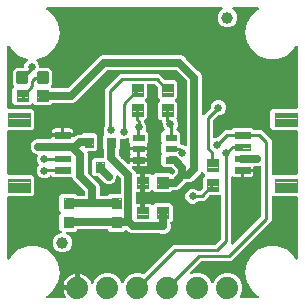
<source format=gtl>
G04 EAGLE Gerber RS-274X export*
G75*
%MOMM*%
%FSLAX34Y34*%
%LPD*%
%INTop Copper*%
%IPPOS*%
%AMOC8*
5,1,8,0,0,1.08239X$1,22.5*%
G01*
%ADD10C,1.000000*%
%ADD11C,0.096000*%
%ADD12C,0.102000*%
%ADD13C,0.100000*%
%ADD14C,0.100581*%
%ADD15C,1.879600*%
%ADD16C,0.104000*%
%ADD17C,0.300000*%
%ADD18C,0.099000*%
%ADD19C,0.635000*%
%ADD20C,0.660400*%
%ADD21C,0.254000*%
%ADD22C,0.736600*%

G36*
X53115Y4078D02*
X53115Y4078D01*
X53207Y4081D01*
X53256Y4097D01*
X53306Y4105D01*
X53390Y4142D01*
X53477Y4171D01*
X53519Y4200D01*
X53565Y4221D01*
X53635Y4280D01*
X53711Y4332D01*
X53743Y4372D01*
X53782Y4404D01*
X53833Y4481D01*
X53892Y4552D01*
X53912Y4599D01*
X53940Y4641D01*
X53968Y4729D01*
X54004Y4813D01*
X54010Y4864D01*
X54026Y4912D01*
X54028Y5004D01*
X54039Y5095D01*
X54032Y5146D01*
X54033Y5196D01*
X54010Y5285D01*
X53995Y5376D01*
X53975Y5416D01*
X53961Y5471D01*
X53880Y5608D01*
X53846Y5677D01*
X53289Y6443D01*
X52436Y8117D01*
X51855Y9904D01*
X51734Y10669D01*
X62484Y10669D01*
X62542Y10677D01*
X62600Y10675D01*
X62682Y10697D01*
X62765Y10709D01*
X62819Y10733D01*
X62875Y10747D01*
X62948Y10790D01*
X63025Y10825D01*
X63069Y10863D01*
X63120Y10893D01*
X63177Y10954D01*
X63242Y11009D01*
X63274Y11057D01*
X63314Y11100D01*
X63353Y11175D01*
X63399Y11245D01*
X63417Y11301D01*
X63444Y11353D01*
X63455Y11421D01*
X63485Y11516D01*
X63488Y11616D01*
X63499Y11684D01*
X63499Y12701D01*
X64516Y12701D01*
X64574Y12709D01*
X64632Y12708D01*
X64714Y12729D01*
X64797Y12741D01*
X64851Y12765D01*
X64907Y12779D01*
X64980Y12822D01*
X65057Y12857D01*
X65102Y12895D01*
X65152Y12925D01*
X65210Y12986D01*
X65274Y13041D01*
X65306Y13089D01*
X65346Y13132D01*
X65385Y13207D01*
X65431Y13277D01*
X65449Y13333D01*
X65476Y13385D01*
X65487Y13453D01*
X65517Y13548D01*
X65520Y13648D01*
X65531Y13716D01*
X65531Y24466D01*
X66296Y24345D01*
X68083Y23764D01*
X69757Y22911D01*
X71278Y21806D01*
X72606Y20478D01*
X73711Y18957D01*
X74564Y17283D01*
X74928Y16163D01*
X74958Y16101D01*
X74979Y16035D01*
X75020Y15974D01*
X75053Y15908D01*
X75099Y15857D01*
X75138Y15799D01*
X75194Y15752D01*
X75243Y15697D01*
X75302Y15661D01*
X75355Y15616D01*
X75422Y15586D01*
X75485Y15547D01*
X75552Y15529D01*
X75615Y15501D01*
X75688Y15491D01*
X75759Y15471D01*
X75828Y15471D01*
X75897Y15462D01*
X75969Y15472D01*
X76043Y15473D01*
X76110Y15493D01*
X76178Y15502D01*
X76245Y15533D01*
X76316Y15554D01*
X76374Y15591D01*
X76437Y15620D01*
X76493Y15667D01*
X76555Y15707D01*
X76601Y15759D01*
X76653Y15804D01*
X76686Y15857D01*
X76743Y15921D01*
X76792Y16025D01*
X76831Y16089D01*
X78348Y19751D01*
X81849Y23252D01*
X86424Y25147D01*
X91376Y25147D01*
X95951Y23252D01*
X99452Y19751D01*
X100662Y16829D01*
X100677Y16804D01*
X100686Y16776D01*
X100749Y16681D01*
X100807Y16584D01*
X100828Y16564D01*
X100844Y16539D01*
X100931Y16467D01*
X101013Y16389D01*
X101039Y16375D01*
X101062Y16357D01*
X101165Y16311D01*
X101266Y16259D01*
X101295Y16253D01*
X101322Y16241D01*
X101434Y16225D01*
X101545Y16204D01*
X101574Y16206D01*
X101603Y16202D01*
X101715Y16218D01*
X101828Y16228D01*
X101855Y16239D01*
X101884Y16243D01*
X101988Y16289D01*
X102093Y16330D01*
X102117Y16348D01*
X102144Y16360D01*
X102230Y16433D01*
X102320Y16502D01*
X102338Y16525D01*
X102360Y16544D01*
X102402Y16611D01*
X102490Y16729D01*
X102512Y16788D01*
X102538Y16829D01*
X103748Y19751D01*
X107249Y23252D01*
X111824Y25147D01*
X116776Y25147D01*
X118881Y24275D01*
X118882Y24274D01*
X118884Y24274D01*
X119018Y24239D01*
X119156Y24204D01*
X119158Y24204D01*
X119159Y24204D01*
X119300Y24208D01*
X119440Y24212D01*
X119442Y24212D01*
X119443Y24213D01*
X119576Y24255D01*
X119711Y24299D01*
X119712Y24300D01*
X119714Y24300D01*
X119726Y24309D01*
X119947Y24457D01*
X119967Y24480D01*
X119987Y24495D01*
X144261Y48769D01*
X179696Y48769D01*
X179783Y48781D01*
X179870Y48784D01*
X179923Y48801D01*
X179977Y48809D01*
X180057Y48844D01*
X180141Y48871D01*
X180180Y48899D01*
X180237Y48925D01*
X180350Y49021D01*
X180414Y49066D01*
X184909Y53562D01*
X184962Y53631D01*
X185022Y53695D01*
X185047Y53745D01*
X185080Y53789D01*
X185111Y53870D01*
X185151Y53948D01*
X185159Y53996D01*
X185181Y54054D01*
X185194Y54202D01*
X185207Y54279D01*
X185207Y89887D01*
X185201Y89924D01*
X185204Y89962D01*
X185199Y89986D01*
X185199Y90002D01*
X185180Y90075D01*
X185167Y90168D01*
X185151Y90203D01*
X185143Y90240D01*
X185131Y90262D01*
X185127Y90277D01*
X185090Y90340D01*
X185051Y90428D01*
X185026Y90457D01*
X185008Y90490D01*
X184990Y90509D01*
X184982Y90522D01*
X184929Y90572D01*
X184867Y90645D01*
X184836Y90666D01*
X184809Y90693D01*
X184786Y90706D01*
X184775Y90716D01*
X184710Y90749D01*
X184630Y90802D01*
X184594Y90814D01*
X184562Y90832D01*
X184536Y90838D01*
X184522Y90846D01*
X184465Y90855D01*
X184459Y90857D01*
X184359Y90888D01*
X184322Y90889D01*
X184285Y90898D01*
X184227Y90895D01*
X184190Y90901D01*
X175779Y90901D01*
X175693Y90889D01*
X175605Y90886D01*
X175553Y90869D01*
X175498Y90861D01*
X175418Y90826D01*
X175335Y90799D01*
X175296Y90771D01*
X175239Y90745D01*
X175125Y90649D01*
X175062Y90604D01*
X170309Y85851D01*
X166373Y85851D01*
X166286Y85839D01*
X166199Y85836D01*
X166146Y85819D01*
X166092Y85811D01*
X166012Y85776D01*
X165929Y85749D01*
X165889Y85721D01*
X165832Y85695D01*
X165719Y85599D01*
X165655Y85554D01*
X164887Y84786D01*
X162553Y83819D01*
X160027Y83819D01*
X157693Y84786D01*
X155906Y86573D01*
X154939Y88907D01*
X154939Y91433D01*
X155906Y93767D01*
X157693Y95554D01*
X160027Y96521D01*
X162553Y96521D01*
X164887Y95554D01*
X165624Y94817D01*
X165671Y94782D01*
X165711Y94740D01*
X165784Y94697D01*
X165851Y94646D01*
X165906Y94626D01*
X165956Y94596D01*
X166038Y94575D01*
X166117Y94545D01*
X166175Y94540D01*
X166232Y94526D01*
X166316Y94529D01*
X166400Y94522D01*
X166457Y94533D01*
X166516Y94535D01*
X166596Y94561D01*
X166679Y94578D01*
X166731Y94605D01*
X166786Y94622D01*
X166842Y94662D01*
X166931Y94709D01*
X167004Y94777D01*
X167060Y94817D01*
X169454Y97212D01*
X169506Y97281D01*
X169566Y97345D01*
X169592Y97395D01*
X169625Y97439D01*
X169656Y97520D01*
X169696Y97598D01*
X169704Y97646D01*
X169726Y97704D01*
X169738Y97852D01*
X169751Y97929D01*
X169751Y105920D01*
X171063Y107232D01*
X171099Y107279D01*
X171141Y107319D01*
X171184Y107392D01*
X171234Y107459D01*
X171255Y107514D01*
X171285Y107564D01*
X171305Y107646D01*
X171336Y107725D01*
X171340Y107783D01*
X171355Y107840D01*
X171352Y107924D01*
X171359Y108008D01*
X171348Y108066D01*
X171346Y108124D01*
X171320Y108204D01*
X171303Y108287D01*
X171276Y108339D01*
X171258Y108395D01*
X171218Y108451D01*
X171172Y108539D01*
X171103Y108612D01*
X171063Y108668D01*
X169611Y110121D01*
X169519Y110190D01*
X169431Y110263D01*
X169406Y110275D01*
X169384Y110291D01*
X169276Y110332D01*
X169171Y110379D01*
X169144Y110383D01*
X169118Y110393D01*
X169004Y110402D01*
X168890Y110418D01*
X168862Y110414D01*
X168835Y110416D01*
X168722Y110394D01*
X168608Y110377D01*
X168583Y110366D01*
X168556Y110360D01*
X168454Y110307D01*
X168349Y110260D01*
X168328Y110242D01*
X168304Y110229D01*
X168220Y110150D01*
X168133Y110076D01*
X168120Y110055D01*
X168097Y110034D01*
X167963Y109804D01*
X167955Y109791D01*
X167836Y109504D01*
X161006Y102674D01*
X158718Y101726D01*
X155398Y101726D01*
X155312Y101714D01*
X155224Y101711D01*
X155172Y101694D01*
X155117Y101686D01*
X155037Y101651D01*
X154954Y101624D01*
X154915Y101596D01*
X154858Y101570D01*
X154744Y101474D01*
X154681Y101429D01*
X149576Y96324D01*
X147288Y95376D01*
X144215Y95376D01*
X144129Y95364D01*
X144041Y95361D01*
X143989Y95344D01*
X143934Y95336D01*
X143854Y95301D01*
X143771Y95274D01*
X143732Y95246D01*
X143675Y95220D01*
X143561Y95124D01*
X143498Y95079D01*
X141970Y93551D01*
X129030Y93551D01*
X127359Y95223D01*
X127312Y95258D01*
X127272Y95300D01*
X127199Y95343D01*
X127132Y95394D01*
X127077Y95414D01*
X127026Y95444D01*
X126945Y95465D01*
X126866Y95495D01*
X126808Y95500D01*
X126751Y95514D01*
X126667Y95511D01*
X126583Y95518D01*
X126525Y95507D01*
X126467Y95505D01*
X126386Y95479D01*
X126304Y95462D01*
X126252Y95436D01*
X126196Y95418D01*
X126140Y95377D01*
X126051Y95331D01*
X125979Y95263D01*
X125923Y95223D01*
X125367Y94667D01*
X124674Y94266D01*
X123900Y94059D01*
X120531Y94059D01*
X120531Y100584D01*
X120523Y100642D01*
X120524Y100700D01*
X120503Y100782D01*
X120491Y100865D01*
X120467Y100919D01*
X120453Y100975D01*
X120410Y101048D01*
X120375Y101125D01*
X120337Y101169D01*
X120307Y101220D01*
X120246Y101277D01*
X120191Y101342D01*
X120143Y101374D01*
X120100Y101414D01*
X120025Y101453D01*
X119955Y101499D01*
X119899Y101517D01*
X119847Y101544D01*
X119779Y101555D01*
X119684Y101585D01*
X119584Y101588D01*
X119516Y101599D01*
X117484Y101599D01*
X117426Y101591D01*
X117368Y101592D01*
X117286Y101571D01*
X117203Y101559D01*
X117149Y101535D01*
X117093Y101521D01*
X117020Y101478D01*
X116943Y101443D01*
X116898Y101405D01*
X116848Y101375D01*
X116790Y101314D01*
X116726Y101259D01*
X116694Y101211D01*
X116654Y101168D01*
X116615Y101093D01*
X116569Y101023D01*
X116551Y100967D01*
X116524Y100915D01*
X116513Y100847D01*
X116483Y100752D01*
X116480Y100652D01*
X116469Y100584D01*
X116469Y94059D01*
X113919Y94059D01*
X113861Y94051D01*
X113803Y94053D01*
X113721Y94031D01*
X113637Y94019D01*
X113584Y93996D01*
X113528Y93981D01*
X113455Y93938D01*
X113378Y93903D01*
X113333Y93865D01*
X113283Y93836D01*
X113225Y93774D01*
X113161Y93720D01*
X113129Y93671D01*
X113089Y93628D01*
X113050Y93553D01*
X113003Y93483D01*
X112986Y93427D01*
X112959Y93375D01*
X112948Y93307D01*
X112918Y93212D01*
X112915Y93112D01*
X112904Y93044D01*
X112904Y84756D01*
X112912Y84698D01*
X112910Y84640D01*
X112932Y84558D01*
X112944Y84474D01*
X112967Y84421D01*
X112982Y84365D01*
X113025Y84292D01*
X113060Y84215D01*
X113098Y84170D01*
X113127Y84120D01*
X113189Y84062D01*
X113243Y83998D01*
X113292Y83966D01*
X113335Y83926D01*
X113410Y83887D01*
X113480Y83840D01*
X113536Y83823D01*
X113588Y83796D01*
X113656Y83785D01*
X113751Y83755D01*
X113851Y83752D01*
X113919Y83741D01*
X116469Y83741D01*
X116469Y77216D01*
X116477Y77158D01*
X116475Y77100D01*
X116497Y77018D01*
X116509Y76935D01*
X116533Y76881D01*
X116547Y76825D01*
X116590Y76752D01*
X116625Y76675D01*
X116663Y76631D01*
X116693Y76580D01*
X116754Y76523D01*
X116809Y76458D01*
X116857Y76426D01*
X116900Y76386D01*
X116975Y76347D01*
X117045Y76301D01*
X117101Y76283D01*
X117153Y76256D01*
X117221Y76245D01*
X117316Y76215D01*
X117416Y76212D01*
X117484Y76201D01*
X119516Y76201D01*
X119574Y76209D01*
X119632Y76208D01*
X119714Y76229D01*
X119797Y76241D01*
X119851Y76265D01*
X119907Y76279D01*
X119980Y76322D01*
X120057Y76357D01*
X120101Y76395D01*
X120152Y76425D01*
X120209Y76486D01*
X120274Y76541D01*
X120306Y76589D01*
X120346Y76632D01*
X120385Y76707D01*
X120431Y76777D01*
X120449Y76833D01*
X120476Y76885D01*
X120487Y76953D01*
X120517Y77048D01*
X120520Y77148D01*
X120531Y77216D01*
X120531Y83741D01*
X123900Y83741D01*
X124674Y83534D01*
X125367Y83133D01*
X125923Y82577D01*
X125970Y82542D01*
X126010Y82500D01*
X126083Y82457D01*
X126150Y82406D01*
X126205Y82386D01*
X126255Y82356D01*
X126337Y82335D01*
X126416Y82305D01*
X126474Y82300D01*
X126531Y82286D01*
X126615Y82289D01*
X126699Y82282D01*
X126756Y82293D01*
X126815Y82295D01*
X126895Y82321D01*
X126978Y82338D01*
X127030Y82365D01*
X127085Y82382D01*
X127141Y82423D01*
X127230Y82469D01*
X127303Y82537D01*
X127359Y82577D01*
X129030Y84249D01*
X141970Y84249D01*
X144049Y82170D01*
X144049Y70230D01*
X142411Y68592D01*
X142359Y68523D01*
X142299Y68459D01*
X142273Y68409D01*
X142240Y68365D01*
X142209Y68284D01*
X142169Y68206D01*
X142161Y68158D01*
X142139Y68100D01*
X142127Y67952D01*
X142114Y67875D01*
X142114Y67537D01*
X142118Y67507D01*
X142116Y67476D01*
X142133Y67399D01*
X142154Y67256D01*
X142180Y67197D01*
X142191Y67149D01*
X142622Y66109D01*
X142622Y63431D01*
X141597Y60957D01*
X139703Y59063D01*
X137229Y58038D01*
X134551Y58038D01*
X133511Y58469D01*
X133481Y58477D01*
X133454Y58491D01*
X133376Y58504D01*
X133236Y58540D01*
X133171Y58538D01*
X133123Y58546D01*
X109252Y58546D01*
X106965Y59494D01*
X104958Y61500D01*
X104911Y61536D01*
X104871Y61578D01*
X104798Y61621D01*
X104731Y61671D01*
X104676Y61692D01*
X104626Y61722D01*
X104544Y61743D01*
X104465Y61773D01*
X104407Y61777D01*
X104350Y61792D01*
X104266Y61789D01*
X104182Y61796D01*
X104124Y61785D01*
X104066Y61783D01*
X103986Y61757D01*
X103903Y61740D01*
X103851Y61713D01*
X103795Y61695D01*
X103739Y61655D01*
X103651Y61609D01*
X103578Y61541D01*
X103522Y61500D01*
X102173Y60151D01*
X91227Y60151D01*
X89699Y61679D01*
X89630Y61731D01*
X89566Y61791D01*
X89516Y61817D01*
X89472Y61850D01*
X89391Y61881D01*
X89313Y61921D01*
X89265Y61929D01*
X89207Y61951D01*
X89059Y61963D01*
X88982Y61976D01*
X63418Y61976D01*
X63332Y61964D01*
X63244Y61961D01*
X63192Y61944D01*
X63137Y61936D01*
X63057Y61901D01*
X62974Y61874D01*
X62935Y61846D01*
X62877Y61820D01*
X62764Y61724D01*
X62701Y61679D01*
X61173Y60151D01*
X54360Y60151D01*
X54275Y60139D01*
X54189Y60137D01*
X54135Y60119D01*
X54079Y60111D01*
X54001Y60076D01*
X53919Y60050D01*
X53871Y60018D01*
X53819Y59995D01*
X53754Y59940D01*
X53683Y59892D01*
X53646Y59848D01*
X53602Y59812D01*
X53555Y59740D01*
X53500Y59674D01*
X53476Y59622D01*
X53445Y59575D01*
X53419Y59493D01*
X53384Y59414D01*
X53376Y59358D01*
X53359Y59304D01*
X53357Y59218D01*
X53345Y59133D01*
X53353Y59077D01*
X53352Y59020D01*
X53373Y58937D01*
X53386Y58851D01*
X53409Y58800D01*
X53424Y58745D01*
X53467Y58671D01*
X53503Y58592D01*
X53540Y58549D01*
X53569Y58500D01*
X53632Y58441D01*
X53687Y58376D01*
X53729Y58350D01*
X53776Y58306D01*
X53905Y58240D01*
X53972Y58198D01*
X55359Y57623D01*
X57623Y55359D01*
X58849Y52401D01*
X58849Y49199D01*
X57623Y46241D01*
X55359Y43977D01*
X52401Y42751D01*
X49199Y42751D01*
X46241Y43977D01*
X43977Y46241D01*
X42751Y49199D01*
X42751Y52401D01*
X43977Y55359D01*
X46241Y57623D01*
X49261Y58875D01*
X49360Y58889D01*
X49387Y58901D01*
X49416Y58906D01*
X49516Y58959D01*
X49620Y59005D01*
X49642Y59024D01*
X49668Y59037D01*
X49750Y59115D01*
X49837Y59188D01*
X49853Y59213D01*
X49874Y59233D01*
X49931Y59331D01*
X49994Y59425D01*
X50003Y59453D01*
X50018Y59478D01*
X50046Y59588D01*
X50080Y59696D01*
X50081Y59726D01*
X50088Y59754D01*
X50084Y59867D01*
X50087Y59980D01*
X50080Y60009D01*
X50079Y60038D01*
X50044Y60146D01*
X50015Y60255D01*
X50000Y60281D01*
X49991Y60309D01*
X49946Y60372D01*
X49870Y60500D01*
X49834Y60534D01*
X49831Y60539D01*
X49819Y60550D01*
X49797Y60582D01*
X48151Y62227D01*
X48151Y74173D01*
X49461Y75482D01*
X49496Y75529D01*
X49538Y75569D01*
X49581Y75642D01*
X49631Y75709D01*
X49652Y75764D01*
X49682Y75814D01*
X49703Y75896D01*
X49733Y75975D01*
X49737Y76033D01*
X49752Y76090D01*
X49749Y76174D01*
X49756Y76258D01*
X49745Y76316D01*
X49743Y76374D01*
X49717Y76454D01*
X49700Y76537D01*
X49673Y76589D01*
X49655Y76645D01*
X49615Y76701D01*
X49569Y76789D01*
X49500Y76862D01*
X49461Y76918D01*
X48151Y78227D01*
X48151Y90173D01*
X50227Y92249D01*
X61173Y92249D01*
X62701Y90721D01*
X62770Y90669D01*
X62834Y90609D01*
X62884Y90583D01*
X62928Y90550D01*
X63009Y90519D01*
X63087Y90479D01*
X63135Y90471D01*
X63193Y90449D01*
X63341Y90437D01*
X63418Y90424D01*
X68961Y90424D01*
X69019Y90432D01*
X69077Y90430D01*
X69159Y90452D01*
X69243Y90464D01*
X69296Y90487D01*
X69352Y90502D01*
X69425Y90545D01*
X69502Y90580D01*
X69547Y90618D01*
X69597Y90647D01*
X69655Y90709D01*
X69719Y90763D01*
X69751Y90812D01*
X69791Y90855D01*
X69830Y90930D01*
X69877Y91000D01*
X69894Y91056D01*
X69921Y91108D01*
X69932Y91176D01*
X69962Y91271D01*
X69965Y91371D01*
X69976Y91439D01*
X69976Y93687D01*
X69964Y93774D01*
X69961Y93861D01*
X69944Y93914D01*
X69936Y93968D01*
X69901Y94048D01*
X69874Y94131D01*
X69846Y94171D01*
X69820Y94228D01*
X69724Y94341D01*
X69679Y94405D01*
X60701Y103383D01*
X59890Y105341D01*
X59831Y105441D01*
X59778Y105543D01*
X59759Y105563D01*
X59745Y105586D01*
X59661Y105665D01*
X59582Y105749D01*
X59558Y105763D01*
X59538Y105781D01*
X59436Y105834D01*
X59336Y105893D01*
X59310Y105899D01*
X59286Y105912D01*
X59173Y105934D01*
X59061Y105962D01*
X59033Y105961D01*
X59007Y105967D01*
X58892Y105957D01*
X58777Y105953D01*
X58771Y105951D01*
X43086Y105951D01*
X41653Y107384D01*
X41583Y107436D01*
X41520Y107496D01*
X41470Y107522D01*
X41426Y107555D01*
X41344Y107586D01*
X41266Y107626D01*
X41219Y107634D01*
X41160Y107656D01*
X41024Y107667D01*
X40993Y107675D01*
X40975Y107675D01*
X40935Y107681D01*
X40883Y107681D01*
X40796Y107669D01*
X40709Y107666D01*
X40656Y107649D01*
X40602Y107641D01*
X40522Y107606D01*
X40439Y107579D01*
X40399Y107551D01*
X40342Y107525D01*
X40229Y107429D01*
X40165Y107384D01*
X39157Y106376D01*
X36823Y105409D01*
X34297Y105409D01*
X31963Y106376D01*
X30176Y108163D01*
X29209Y110497D01*
X29209Y113023D01*
X30176Y115357D01*
X30941Y116122D01*
X30976Y116169D01*
X31018Y116209D01*
X31061Y116282D01*
X31112Y116349D01*
X31132Y116404D01*
X31162Y116454D01*
X31183Y116536D01*
X31213Y116615D01*
X31218Y116673D01*
X31232Y116730D01*
X31229Y116814D01*
X31236Y116898D01*
X31225Y116956D01*
X31223Y117014D01*
X31197Y117094D01*
X31181Y117177D01*
X31154Y117229D01*
X31136Y117285D01*
X31096Y117341D01*
X31050Y117429D01*
X30981Y117502D01*
X30941Y117558D01*
X30176Y118323D01*
X29209Y120657D01*
X29209Y123183D01*
X29722Y124421D01*
X29737Y124478D01*
X29760Y124531D01*
X29772Y124615D01*
X29793Y124696D01*
X29791Y124755D01*
X29799Y124813D01*
X29787Y124896D01*
X29785Y124981D01*
X29767Y125036D01*
X29759Y125094D01*
X29724Y125171D01*
X29698Y125251D01*
X29666Y125300D01*
X29642Y125353D01*
X29587Y125417D01*
X29540Y125487D01*
X29495Y125525D01*
X29457Y125570D01*
X29399Y125606D01*
X29322Y125670D01*
X29231Y125711D01*
X29173Y125748D01*
X26883Y126696D01*
X25096Y128483D01*
X24129Y130817D01*
X24129Y133343D01*
X25096Y135677D01*
X26883Y137464D01*
X29217Y138431D01*
X31743Y138431D01*
X32056Y138301D01*
X32086Y138293D01*
X32114Y138279D01*
X32191Y138266D01*
X32332Y138230D01*
X32396Y138232D01*
X32445Y138224D01*
X40494Y138224D01*
X40552Y138232D01*
X40610Y138230D01*
X40692Y138252D01*
X40776Y138264D01*
X40829Y138287D01*
X40885Y138302D01*
X40958Y138345D01*
X41035Y138380D01*
X41080Y138418D01*
X41130Y138447D01*
X41188Y138509D01*
X41252Y138563D01*
X41284Y138612D01*
X41324Y138655D01*
X41363Y138730D01*
X41410Y138800D01*
X41427Y138856D01*
X41454Y138908D01*
X41465Y138976D01*
X41495Y139071D01*
X41498Y139171D01*
X41509Y139239D01*
X41509Y140501D01*
X50316Y140501D01*
X50374Y140509D01*
X50432Y140507D01*
X50514Y140529D01*
X50597Y140541D01*
X50651Y140564D01*
X50707Y140579D01*
X50780Y140622D01*
X50799Y140631D01*
X50845Y140600D01*
X50901Y140583D01*
X50953Y140556D01*
X51021Y140545D01*
X51116Y140515D01*
X51216Y140512D01*
X51284Y140501D01*
X60978Y140501D01*
X61065Y140513D01*
X61153Y140516D01*
X61205Y140533D01*
X61260Y140541D01*
X61340Y140576D01*
X61423Y140603D01*
X61462Y140631D01*
X61519Y140657D01*
X61633Y140753D01*
X61696Y140798D01*
X61904Y141006D01*
X64192Y141954D01*
X66346Y141954D01*
X66433Y141966D01*
X66520Y141969D01*
X66573Y141986D01*
X66628Y141994D01*
X66708Y142029D01*
X66791Y142056D01*
X66830Y142084D01*
X66887Y142110D01*
X67000Y142206D01*
X67064Y142251D01*
X68092Y143279D01*
X78008Y143279D01*
X80099Y141188D01*
X80099Y130272D01*
X78008Y128181D01*
X72991Y128181D01*
X72877Y128165D01*
X72763Y128155D01*
X72737Y128145D01*
X72710Y128141D01*
X72605Y128094D01*
X72498Y128053D01*
X72475Y128037D01*
X72450Y128025D01*
X72363Y127951D01*
X72271Y127882D01*
X72254Y127859D01*
X72233Y127842D01*
X72169Y127746D01*
X72101Y127654D01*
X72091Y127628D01*
X72076Y127605D01*
X72041Y127495D01*
X72000Y127388D01*
X71998Y127360D01*
X71990Y127334D01*
X71987Y127219D01*
X71978Y127105D01*
X71983Y127080D01*
X71982Y127050D01*
X72050Y126793D01*
X72053Y126777D01*
X72201Y126421D01*
X72201Y109907D01*
X72213Y109820D01*
X72216Y109733D01*
X72233Y109680D01*
X72241Y109625D01*
X72276Y109546D01*
X72303Y109462D01*
X72331Y109423D01*
X72357Y109366D01*
X72453Y109253D01*
X72498Y109189D01*
X81476Y100211D01*
X82424Y97923D01*
X82424Y91439D01*
X82432Y91381D01*
X82430Y91323D01*
X82452Y91241D01*
X82464Y91157D01*
X82487Y91104D01*
X82502Y91048D01*
X82545Y90975D01*
X82580Y90898D01*
X82618Y90853D01*
X82647Y90803D01*
X82709Y90745D01*
X82763Y90681D01*
X82812Y90649D01*
X82855Y90609D01*
X82930Y90570D01*
X83000Y90523D01*
X83056Y90506D01*
X83108Y90479D01*
X83176Y90468D01*
X83271Y90438D01*
X83371Y90435D01*
X83439Y90424D01*
X88982Y90424D01*
X89068Y90436D01*
X89156Y90439D01*
X89208Y90456D01*
X89263Y90464D01*
X89343Y90499D01*
X89426Y90526D01*
X89465Y90554D01*
X89523Y90580D01*
X89636Y90676D01*
X89699Y90721D01*
X91227Y92249D01*
X99441Y92249D01*
X99499Y92257D01*
X99557Y92255D01*
X99639Y92277D01*
X99723Y92289D01*
X99776Y92312D01*
X99832Y92327D01*
X99905Y92370D01*
X99982Y92405D01*
X100027Y92443D01*
X100077Y92472D01*
X100135Y92534D01*
X100199Y92588D01*
X100231Y92637D01*
X100271Y92680D01*
X100310Y92755D01*
X100357Y92825D01*
X100374Y92881D01*
X100401Y92933D01*
X100412Y93001D01*
X100442Y93096D01*
X100445Y93196D01*
X100456Y93264D01*
X100456Y104952D01*
X100444Y105038D01*
X100441Y105126D01*
X100424Y105178D01*
X100416Y105233D01*
X100381Y105313D01*
X100354Y105396D01*
X100326Y105435D01*
X100300Y105492D01*
X100204Y105606D01*
X100159Y105669D01*
X98254Y107574D01*
X98230Y107592D01*
X98211Y107614D01*
X98117Y107677D01*
X98027Y107745D01*
X97999Y107756D01*
X97975Y107772D01*
X97867Y107806D01*
X97761Y107847D01*
X97732Y107849D01*
X97704Y107858D01*
X97590Y107861D01*
X97478Y107870D01*
X97449Y107864D01*
X97420Y107865D01*
X97310Y107837D01*
X97199Y107814D01*
X97173Y107801D01*
X97145Y107793D01*
X97047Y107735D01*
X96947Y107683D01*
X96925Y107663D01*
X96900Y107648D01*
X96823Y107566D01*
X96741Y107487D01*
X96726Y107462D01*
X96706Y107441D01*
X96654Y107340D01*
X96597Y107242D01*
X96590Y107214D01*
X96576Y107188D01*
X96563Y107110D01*
X96527Y106967D01*
X96529Y106904D01*
X96521Y106857D01*
X96521Y105417D01*
X95554Y103083D01*
X93767Y101296D01*
X91433Y100329D01*
X88907Y100329D01*
X86573Y101296D01*
X84786Y103082D01*
X84736Y103203D01*
X84721Y103229D01*
X84711Y103259D01*
X84666Y103323D01*
X84592Y103447D01*
X84545Y103492D01*
X84516Y103532D01*
X81164Y106884D01*
X81095Y106936D01*
X81031Y106996D01*
X80981Y107022D01*
X80937Y107055D01*
X80856Y107086D01*
X80778Y107126D01*
X80730Y107134D01*
X80672Y107156D01*
X80524Y107168D01*
X80447Y107181D01*
X77592Y107181D01*
X75501Y109272D01*
X75501Y120188D01*
X77592Y122279D01*
X84811Y122279D01*
X84869Y122287D01*
X84927Y122285D01*
X85009Y122307D01*
X85093Y122319D01*
X85146Y122342D01*
X85202Y122357D01*
X85275Y122400D01*
X85352Y122435D01*
X85397Y122473D01*
X85447Y122502D01*
X85505Y122564D01*
X85569Y122618D01*
X85601Y122667D01*
X85641Y122710D01*
X85680Y122785D01*
X85727Y122855D01*
X85744Y122911D01*
X85771Y122963D01*
X85782Y123031D01*
X85812Y123126D01*
X85815Y123226D01*
X85826Y123294D01*
X85826Y129026D01*
X85814Y129113D01*
X85811Y129200D01*
X85794Y129253D01*
X85786Y129308D01*
X85751Y129388D01*
X85724Y129471D01*
X85696Y129510D01*
X85670Y129567D01*
X85574Y129680D01*
X85529Y129744D01*
X85001Y130272D01*
X85001Y141188D01*
X85997Y142184D01*
X85998Y142185D01*
X85999Y142186D01*
X86084Y142300D01*
X86168Y142411D01*
X86168Y142413D01*
X86169Y142414D01*
X86219Y142544D01*
X86269Y142677D01*
X86269Y142678D01*
X86270Y142680D01*
X86281Y142814D01*
X86293Y142960D01*
X86292Y142962D01*
X86293Y142963D01*
X86289Y142978D01*
X86237Y143239D01*
X86223Y143266D01*
X86217Y143290D01*
X85597Y144787D01*
X85597Y147313D01*
X86564Y149647D01*
X86824Y149907D01*
X86876Y149977D01*
X86936Y150041D01*
X86962Y150090D01*
X86995Y150134D01*
X87026Y150216D01*
X87066Y150294D01*
X87074Y150342D01*
X87096Y150400D01*
X87108Y150548D01*
X87121Y150625D01*
X87121Y180859D01*
X99811Y193549D01*
X132209Y193549D01*
X136962Y188796D01*
X137031Y188744D01*
X137095Y188684D01*
X137145Y188658D01*
X137189Y188625D01*
X137270Y188594D01*
X137348Y188554D01*
X137396Y188546D01*
X137454Y188524D01*
X137602Y188512D01*
X137679Y188499D01*
X145670Y188499D01*
X147749Y186420D01*
X147749Y173480D01*
X146437Y172168D01*
X146401Y172121D01*
X146359Y172081D01*
X146316Y172008D01*
X146266Y171941D01*
X146245Y171886D01*
X146215Y171836D01*
X146195Y171754D01*
X146164Y171675D01*
X146160Y171617D01*
X146145Y171560D01*
X146148Y171476D01*
X146141Y171392D01*
X146152Y171334D01*
X146154Y171276D01*
X146180Y171196D01*
X146197Y171113D01*
X146224Y171061D01*
X146242Y171005D01*
X146282Y170949D01*
X146328Y170861D01*
X146396Y170788D01*
X146437Y170732D01*
X147749Y169420D01*
X147749Y156480D01*
X147528Y156259D01*
X147493Y156213D01*
X147450Y156172D01*
X147408Y156099D01*
X147357Y156032D01*
X147336Y155977D01*
X147307Y155927D01*
X147286Y155845D01*
X147256Y155766D01*
X147251Y155708D01*
X147237Y155651D01*
X147239Y155567D01*
X147232Y155483D01*
X147244Y155426D01*
X147246Y155367D01*
X147271Y155287D01*
X147288Y155204D01*
X147315Y155152D01*
X147333Y155097D01*
X147373Y155041D01*
X147419Y154952D01*
X147488Y154880D01*
X147528Y154823D01*
X147624Y154727D01*
X148591Y152393D01*
X148591Y149867D01*
X147624Y147533D01*
X147469Y147378D01*
X147452Y147354D01*
X147429Y147335D01*
X147366Y147241D01*
X147298Y147151D01*
X147288Y147123D01*
X147272Y147099D01*
X147237Y146991D01*
X147197Y146885D01*
X147195Y146856D01*
X147186Y146828D01*
X147183Y146715D01*
X147173Y146602D01*
X147179Y146573D01*
X147178Y146544D01*
X147207Y146434D01*
X147229Y146323D01*
X147243Y146297D01*
X147250Y146269D01*
X147308Y146171D01*
X147360Y146071D01*
X147381Y146049D01*
X147396Y146024D01*
X147478Y145947D01*
X147556Y145865D01*
X147581Y145850D01*
X147603Y145830D01*
X147704Y145778D01*
X147801Y145721D01*
X147830Y145714D01*
X147856Y145700D01*
X147933Y145687D01*
X148077Y145651D01*
X148139Y145653D01*
X148187Y145645D01*
X148288Y145645D01*
X150369Y143564D01*
X150369Y135827D01*
X150364Y135815D01*
X150359Y135756D01*
X150345Y135699D01*
X150347Y135615D01*
X150340Y135532D01*
X150352Y135474D01*
X150354Y135415D01*
X150380Y135335D01*
X150396Y135253D01*
X150423Y135201D01*
X150441Y135145D01*
X150481Y135089D01*
X150527Y135000D01*
X150596Y134928D01*
X150636Y134871D01*
X151860Y133648D01*
X151929Y133596D01*
X151993Y133536D01*
X152043Y133510D01*
X152087Y133477D01*
X152168Y133446D01*
X152246Y133406D01*
X152294Y133398D01*
X152352Y133376D01*
X152500Y133364D01*
X152577Y133351D01*
X153663Y133351D01*
X154932Y132825D01*
X155044Y132796D01*
X155153Y132762D01*
X155181Y132761D01*
X155208Y132754D01*
X155322Y132757D01*
X155437Y132754D01*
X155464Y132761D01*
X155492Y132762D01*
X155601Y132797D01*
X155712Y132826D01*
X155736Y132840D01*
X155763Y132849D01*
X155858Y132913D01*
X155957Y132971D01*
X155976Y132992D01*
X155999Y133007D01*
X156073Y133095D01*
X156151Y133179D01*
X156164Y133204D01*
X156182Y133225D01*
X156228Y133330D01*
X156281Y133432D01*
X156285Y133457D01*
X156297Y133484D01*
X156334Y133748D01*
X156336Y133763D01*
X156336Y176028D01*
X156332Y176059D01*
X156334Y176090D01*
X156317Y176166D01*
X156296Y176310D01*
X156270Y176368D01*
X156259Y176417D01*
X156209Y176537D01*
X156209Y179063D01*
X156259Y179183D01*
X156267Y179213D01*
X156281Y179241D01*
X156294Y179318D01*
X156330Y179459D01*
X156328Y179523D01*
X156336Y179572D01*
X156336Y187502D01*
X156324Y187588D01*
X156321Y187676D01*
X156304Y187728D01*
X156296Y187783D01*
X156261Y187863D01*
X156234Y187946D01*
X156206Y187985D01*
X156180Y188042D01*
X156084Y188156D01*
X156039Y188219D01*
X147579Y196679D01*
X147510Y196731D01*
X147446Y196791D01*
X147396Y196817D01*
X147352Y196850D01*
X147270Y196881D01*
X147193Y196921D01*
X147145Y196929D01*
X147087Y196951D01*
X146939Y196963D01*
X146862Y196976D01*
X88968Y196976D01*
X88882Y196964D01*
X88794Y196961D01*
X88742Y196944D01*
X88687Y196936D01*
X88607Y196901D01*
X88524Y196874D01*
X88485Y196846D01*
X88428Y196820D01*
X88314Y196724D01*
X88251Y196679D01*
X63449Y171877D01*
X61556Y169984D01*
X59268Y169036D01*
X42615Y169036D01*
X42529Y169024D01*
X42441Y169021D01*
X42389Y169004D01*
X42334Y168996D01*
X42254Y168961D01*
X42171Y168934D01*
X42132Y168906D01*
X42075Y168880D01*
X41961Y168784D01*
X41898Y168739D01*
X40370Y167211D01*
X27430Y167211D01*
X26118Y168523D01*
X26071Y168559D01*
X26031Y168601D01*
X25958Y168644D01*
X25891Y168694D01*
X25836Y168715D01*
X25786Y168745D01*
X25704Y168765D01*
X25625Y168796D01*
X25567Y168800D01*
X25510Y168815D01*
X25426Y168812D01*
X25342Y168819D01*
X25284Y168808D01*
X25226Y168806D01*
X25146Y168780D01*
X25063Y168763D01*
X25011Y168736D01*
X24955Y168718D01*
X24899Y168678D01*
X24811Y168632D01*
X24738Y168564D01*
X24682Y168523D01*
X23370Y167211D01*
X10430Y167211D01*
X8351Y169290D01*
X8351Y181230D01*
X9691Y182570D01*
X9726Y182617D01*
X9769Y182657D01*
X9812Y182730D01*
X9862Y182797D01*
X9883Y182852D01*
X9913Y182902D01*
X9933Y182984D01*
X9963Y183063D01*
X9968Y183121D01*
X9983Y183178D01*
X9980Y183262D01*
X9987Y183346D01*
X9976Y183403D01*
X9974Y183462D01*
X9948Y183542D01*
X9931Y183625D01*
X9904Y183677D01*
X9886Y183732D01*
X9846Y183789D01*
X9800Y183877D01*
X9731Y183950D01*
X9691Y184006D01*
X8581Y185116D01*
X8581Y195884D01*
X11246Y198549D01*
X17453Y198549D01*
X17511Y198557D01*
X17569Y198555D01*
X17651Y198577D01*
X17734Y198589D01*
X17788Y198612D01*
X17844Y198627D01*
X17917Y198670D01*
X17994Y198705D01*
X18038Y198743D01*
X18089Y198772D01*
X18146Y198834D01*
X18211Y198888D01*
X18243Y198937D01*
X18283Y198980D01*
X18321Y199055D01*
X18368Y199125D01*
X18386Y199181D01*
X18412Y199233D01*
X18424Y199301D01*
X18454Y199396D01*
X18457Y199496D01*
X18468Y199564D01*
X18468Y200526D01*
X19435Y202860D01*
X21133Y204558D01*
X21215Y204668D01*
X21299Y204776D01*
X21301Y204781D01*
X21304Y204786D01*
X21352Y204913D01*
X21403Y205041D01*
X21403Y205046D01*
X21405Y205051D01*
X21416Y205187D01*
X21429Y205324D01*
X21428Y205329D01*
X21429Y205335D01*
X21402Y205468D01*
X21376Y205603D01*
X21374Y205608D01*
X21373Y205613D01*
X21310Y205734D01*
X21248Y205857D01*
X21244Y205861D01*
X21242Y205866D01*
X21148Y205965D01*
X21054Y206065D01*
X21050Y206067D01*
X21046Y206072D01*
X20801Y206216D01*
X20779Y206221D01*
X20762Y206230D01*
X13922Y208720D01*
X7815Y213844D01*
X5959Y217059D01*
X5947Y217074D01*
X5939Y217092D01*
X5860Y217186D01*
X5784Y217283D01*
X5768Y217294D01*
X5755Y217309D01*
X5653Y217378D01*
X5554Y217449D01*
X5535Y217456D01*
X5519Y217467D01*
X5401Y217504D01*
X5286Y217546D01*
X5266Y217547D01*
X5248Y217553D01*
X5125Y217556D01*
X5002Y217564D01*
X4983Y217559D01*
X4964Y217560D01*
X4845Y217529D01*
X4725Y217502D01*
X4707Y217493D01*
X4689Y217488D01*
X4583Y217426D01*
X4475Y217367D01*
X4461Y217353D01*
X4444Y217343D01*
X4360Y217253D01*
X4273Y217167D01*
X4263Y217150D01*
X4250Y217136D01*
X4194Y217026D01*
X4134Y216919D01*
X4129Y216900D01*
X4120Y216882D01*
X4108Y216810D01*
X4069Y216642D01*
X4071Y216591D01*
X4065Y216551D01*
X4065Y165064D01*
X4073Y165006D01*
X4071Y164948D01*
X4093Y164866D01*
X4105Y164782D01*
X4128Y164729D01*
X4143Y164673D01*
X4186Y164600D01*
X4221Y164523D01*
X4259Y164478D01*
X4288Y164428D01*
X4350Y164370D01*
X4404Y164306D01*
X4453Y164274D01*
X4496Y164234D01*
X4571Y164195D01*
X4641Y164148D01*
X4697Y164131D01*
X4749Y164104D01*
X4817Y164093D01*
X4912Y164063D01*
X5012Y164060D01*
X5080Y164049D01*
X25032Y164049D01*
X27099Y161982D01*
X27099Y148018D01*
X25032Y145951D01*
X5080Y145951D01*
X5022Y145943D01*
X4964Y145945D01*
X4882Y145923D01*
X4798Y145911D01*
X4745Y145888D01*
X4689Y145873D01*
X4616Y145830D01*
X4539Y145795D01*
X4494Y145757D01*
X4444Y145728D01*
X4386Y145666D01*
X4322Y145612D01*
X4290Y145563D01*
X4250Y145520D01*
X4211Y145445D01*
X4164Y145375D01*
X4147Y145319D01*
X4120Y145267D01*
X4109Y145199D01*
X4079Y145104D01*
X4076Y145004D01*
X4065Y144936D01*
X4065Y109064D01*
X4073Y109006D01*
X4071Y108948D01*
X4093Y108866D01*
X4105Y108782D01*
X4128Y108729D01*
X4143Y108673D01*
X4186Y108600D01*
X4221Y108523D01*
X4259Y108478D01*
X4288Y108428D01*
X4350Y108370D01*
X4404Y108306D01*
X4453Y108274D01*
X4496Y108234D01*
X4571Y108195D01*
X4641Y108148D01*
X4697Y108131D01*
X4749Y108104D01*
X4817Y108093D01*
X4912Y108063D01*
X5012Y108060D01*
X5080Y108049D01*
X25032Y108049D01*
X27099Y105982D01*
X27099Y92018D01*
X25032Y89951D01*
X5080Y89951D01*
X5022Y89943D01*
X4964Y89945D01*
X4882Y89923D01*
X4798Y89911D01*
X4745Y89888D01*
X4689Y89873D01*
X4616Y89830D01*
X4539Y89795D01*
X4494Y89757D01*
X4444Y89728D01*
X4386Y89666D01*
X4322Y89612D01*
X4290Y89563D01*
X4250Y89520D01*
X4211Y89445D01*
X4164Y89375D01*
X4147Y89319D01*
X4120Y89267D01*
X4109Y89199D01*
X4079Y89104D01*
X4076Y89004D01*
X4065Y88936D01*
X4065Y37449D01*
X4067Y37429D01*
X4065Y37410D01*
X4087Y37289D01*
X4105Y37167D01*
X4113Y37149D01*
X4116Y37130D01*
X4171Y37020D01*
X4221Y36908D01*
X4233Y36893D01*
X4242Y36875D01*
X4325Y36784D01*
X4404Y36691D01*
X4421Y36680D01*
X4434Y36665D01*
X4539Y36601D01*
X4641Y36533D01*
X4660Y36527D01*
X4676Y36517D01*
X4795Y36484D01*
X4912Y36447D01*
X4932Y36447D01*
X4951Y36442D01*
X5073Y36443D01*
X5196Y36440D01*
X5215Y36445D01*
X5235Y36445D01*
X5353Y36481D01*
X5471Y36512D01*
X5488Y36522D01*
X5507Y36528D01*
X5610Y36594D01*
X5716Y36657D01*
X5729Y36671D01*
X5746Y36682D01*
X5792Y36739D01*
X5910Y36864D01*
X5934Y36910D01*
X5959Y36941D01*
X7815Y40156D01*
X13922Y45280D01*
X21414Y48007D01*
X29386Y48007D01*
X36878Y45280D01*
X42985Y40156D01*
X46971Y33251D01*
X48355Y25400D01*
X46971Y17549D01*
X42985Y10645D01*
X37280Y5858D01*
X37231Y5803D01*
X37175Y5755D01*
X37136Y5698D01*
X37090Y5646D01*
X37058Y5580D01*
X37017Y5519D01*
X36996Y5453D01*
X36966Y5390D01*
X36954Y5318D01*
X36932Y5248D01*
X36930Y5179D01*
X36918Y5110D01*
X36926Y5037D01*
X36924Y4964D01*
X36942Y4897D01*
X36949Y4828D01*
X36977Y4760D01*
X36996Y4689D01*
X37031Y4629D01*
X37058Y4565D01*
X37104Y4507D01*
X37141Y4444D01*
X37192Y4397D01*
X37235Y4343D01*
X37295Y4300D01*
X37349Y4250D01*
X37410Y4218D01*
X37467Y4178D01*
X37536Y4154D01*
X37602Y4120D01*
X37660Y4110D01*
X37735Y4084D01*
X37857Y4077D01*
X37933Y4065D01*
X53024Y4065D01*
X53115Y4078D01*
G37*
G36*
X248978Y108057D02*
X248978Y108057D01*
X249036Y108055D01*
X249118Y108077D01*
X249202Y108089D01*
X249255Y108112D01*
X249311Y108127D01*
X249384Y108170D01*
X249461Y108205D01*
X249506Y108243D01*
X249556Y108272D01*
X249614Y108334D01*
X249678Y108388D01*
X249710Y108437D01*
X249750Y108480D01*
X249789Y108555D01*
X249836Y108625D01*
X249853Y108681D01*
X249880Y108733D01*
X249891Y108801D01*
X249921Y108896D01*
X249924Y108996D01*
X249935Y109064D01*
X249935Y144936D01*
X249927Y144994D01*
X249929Y145052D01*
X249907Y145134D01*
X249895Y145218D01*
X249872Y145271D01*
X249857Y145327D01*
X249814Y145400D01*
X249779Y145477D01*
X249741Y145522D01*
X249712Y145572D01*
X249650Y145630D01*
X249596Y145694D01*
X249547Y145726D01*
X249504Y145766D01*
X249429Y145805D01*
X249359Y145852D01*
X249303Y145869D01*
X249251Y145896D01*
X249183Y145907D01*
X249088Y145937D01*
X248988Y145940D01*
X248920Y145951D01*
X228968Y145951D01*
X226901Y148018D01*
X226901Y161982D01*
X228968Y164049D01*
X248920Y164049D01*
X248978Y164057D01*
X249036Y164055D01*
X249118Y164077D01*
X249202Y164089D01*
X249255Y164112D01*
X249311Y164127D01*
X249384Y164170D01*
X249461Y164205D01*
X249506Y164243D01*
X249556Y164272D01*
X249614Y164334D01*
X249678Y164388D01*
X249710Y164437D01*
X249750Y164480D01*
X249789Y164555D01*
X249836Y164625D01*
X249853Y164681D01*
X249880Y164733D01*
X249891Y164801D01*
X249921Y164896D01*
X249924Y164996D01*
X249935Y165064D01*
X249935Y216551D01*
X249933Y216571D01*
X249935Y216590D01*
X249913Y216711D01*
X249895Y216833D01*
X249887Y216851D01*
X249884Y216870D01*
X249829Y216980D01*
X249779Y217092D01*
X249767Y217107D01*
X249758Y217125D01*
X249675Y217216D01*
X249596Y217309D01*
X249579Y217320D01*
X249566Y217335D01*
X249461Y217399D01*
X249359Y217467D01*
X249340Y217473D01*
X249324Y217483D01*
X249205Y217516D01*
X249088Y217553D01*
X249068Y217553D01*
X249049Y217558D01*
X248927Y217557D01*
X248804Y217560D01*
X248785Y217555D01*
X248765Y217555D01*
X248647Y217519D01*
X248529Y217488D01*
X248512Y217478D01*
X248493Y217472D01*
X248390Y217406D01*
X248284Y217343D01*
X248271Y217329D01*
X248254Y217318D01*
X248208Y217261D01*
X248090Y217136D01*
X248066Y217090D01*
X248041Y217059D01*
X246185Y213844D01*
X240078Y208720D01*
X232586Y205993D01*
X224614Y205993D01*
X217122Y208720D01*
X211015Y213844D01*
X207029Y220749D01*
X205645Y228600D01*
X207029Y236451D01*
X211015Y243355D01*
X216720Y248142D01*
X216769Y248197D01*
X216825Y248245D01*
X216864Y248302D01*
X216910Y248354D01*
X216942Y248420D01*
X216983Y248481D01*
X217004Y248547D01*
X217034Y248610D01*
X217046Y248682D01*
X217068Y248752D01*
X217070Y248821D01*
X217082Y248890D01*
X217074Y248963D01*
X217076Y249036D01*
X217058Y249103D01*
X217051Y249172D01*
X217023Y249240D01*
X217004Y249311D01*
X216969Y249371D01*
X216942Y249435D01*
X216896Y249493D01*
X216859Y249556D01*
X216808Y249603D01*
X216765Y249657D01*
X216705Y249700D01*
X216651Y249750D01*
X216590Y249782D01*
X216533Y249822D01*
X216464Y249846D01*
X216398Y249880D01*
X216340Y249890D01*
X216265Y249916D01*
X216143Y249923D01*
X216067Y249935D01*
X195698Y249935D01*
X195669Y249931D01*
X195640Y249934D01*
X195529Y249911D01*
X195417Y249895D01*
X195390Y249883D01*
X195361Y249878D01*
X195261Y249825D01*
X195157Y249779D01*
X195135Y249760D01*
X195109Y249747D01*
X195027Y249669D01*
X194940Y249596D01*
X194924Y249571D01*
X194903Y249551D01*
X194846Y249453D01*
X194783Y249359D01*
X194774Y249331D01*
X194759Y249306D01*
X194731Y249196D01*
X194697Y249088D01*
X194696Y249058D01*
X194689Y249030D01*
X194693Y248917D01*
X194690Y248804D01*
X194697Y248775D01*
X194698Y248746D01*
X194733Y248638D01*
X194762Y248529D01*
X194777Y248503D01*
X194786Y248475D01*
X194831Y248412D01*
X194907Y248284D01*
X194952Y248241D01*
X194980Y248202D01*
X197323Y245859D01*
X198549Y242901D01*
X198549Y239699D01*
X197323Y236741D01*
X195059Y234477D01*
X192101Y233251D01*
X188899Y233251D01*
X185941Y234477D01*
X183677Y236741D01*
X182451Y239699D01*
X182451Y242901D01*
X183677Y245859D01*
X186020Y248202D01*
X186037Y248226D01*
X186060Y248245D01*
X186122Y248339D01*
X186190Y248429D01*
X186201Y248457D01*
X186217Y248481D01*
X186251Y248589D01*
X186292Y248695D01*
X186294Y248724D01*
X186303Y248752D01*
X186306Y248866D01*
X186315Y248978D01*
X186309Y249007D01*
X186310Y249036D01*
X186282Y249146D01*
X186259Y249257D01*
X186246Y249283D01*
X186238Y249311D01*
X186181Y249409D01*
X186128Y249509D01*
X186108Y249531D01*
X186093Y249556D01*
X186011Y249633D01*
X185933Y249715D01*
X185907Y249730D01*
X185886Y249750D01*
X185785Y249802D01*
X185687Y249859D01*
X185659Y249866D01*
X185633Y249880D01*
X185555Y249893D01*
X185412Y249929D01*
X185349Y249927D01*
X185302Y249935D01*
X37933Y249935D01*
X37860Y249925D01*
X37786Y249925D01*
X37720Y249905D01*
X37651Y249895D01*
X37584Y249865D01*
X37514Y249845D01*
X37455Y249808D01*
X37392Y249779D01*
X37336Y249732D01*
X37274Y249692D01*
X37228Y249640D01*
X37175Y249596D01*
X37134Y249534D01*
X37085Y249479D01*
X37056Y249417D01*
X37017Y249359D01*
X36995Y249289D01*
X36964Y249222D01*
X36952Y249154D01*
X36932Y249088D01*
X36930Y249014D01*
X36918Y248942D01*
X36926Y248873D01*
X36924Y248804D01*
X36943Y248733D01*
X36952Y248659D01*
X36979Y248596D01*
X36996Y248529D01*
X37034Y248465D01*
X37062Y248398D01*
X37101Y248353D01*
X37141Y248284D01*
X37231Y248200D01*
X37280Y248142D01*
X42985Y243356D01*
X46971Y236451D01*
X48355Y228600D01*
X46971Y220749D01*
X42985Y213845D01*
X36878Y208720D01*
X29301Y205962D01*
X29239Y205953D01*
X29213Y205941D01*
X29184Y205936D01*
X29083Y205883D01*
X28980Y205837D01*
X28957Y205818D01*
X28931Y205805D01*
X28849Y205727D01*
X28763Y205654D01*
X28747Y205629D01*
X28725Y205609D01*
X28668Y205511D01*
X28605Y205417D01*
X28596Y205389D01*
X28582Y205364D01*
X28554Y205254D01*
X28519Y205146D01*
X28519Y205116D01*
X28511Y205088D01*
X28515Y204975D01*
X28512Y204862D01*
X28520Y204833D01*
X28521Y204804D01*
X28555Y204696D01*
X28584Y204587D01*
X28599Y204561D01*
X28608Y204533D01*
X28654Y204469D01*
X28729Y204342D01*
X28775Y204299D01*
X28803Y204260D01*
X30203Y202860D01*
X31169Y200526D01*
X31169Y199564D01*
X31178Y199506D01*
X31176Y199448D01*
X31197Y199366D01*
X31209Y199282D01*
X31233Y199229D01*
X31248Y199173D01*
X31291Y199100D01*
X31326Y199023D01*
X31363Y198978D01*
X31393Y198928D01*
X31455Y198870D01*
X31509Y198806D01*
X31558Y198774D01*
X31600Y198734D01*
X31676Y198695D01*
X31746Y198648D01*
X31802Y198631D01*
X31854Y198604D01*
X31922Y198593D01*
X32017Y198563D01*
X32117Y198560D01*
X32185Y198549D01*
X39554Y198549D01*
X42219Y195884D01*
X42219Y185116D01*
X41109Y184006D01*
X41074Y183959D01*
X41031Y183919D01*
X40988Y183846D01*
X40938Y183779D01*
X40917Y183724D01*
X40887Y183674D01*
X40867Y183592D01*
X40837Y183513D01*
X40832Y183455D01*
X40817Y183398D01*
X40820Y183314D01*
X40813Y183230D01*
X40824Y183172D01*
X40826Y183114D01*
X40852Y183034D01*
X40869Y182951D01*
X40896Y182899D01*
X40914Y182843D01*
X40954Y182787D01*
X41000Y182699D01*
X41069Y182626D01*
X41109Y182570D01*
X41898Y181781D01*
X41967Y181729D01*
X42031Y181669D01*
X42081Y181643D01*
X42125Y181610D01*
X42206Y181579D01*
X42284Y181539D01*
X42332Y181531D01*
X42390Y181509D01*
X42538Y181497D01*
X42615Y181484D01*
X55032Y181484D01*
X55118Y181496D01*
X55206Y181499D01*
X55258Y181516D01*
X55313Y181524D01*
X55393Y181559D01*
X55476Y181586D01*
X55515Y181614D01*
X55572Y181640D01*
X55686Y181736D01*
X55749Y181781D01*
X80551Y206583D01*
X82444Y208476D01*
X84732Y209424D01*
X151098Y209424D01*
X153386Y208476D01*
X155279Y206583D01*
X165943Y195919D01*
X167836Y194026D01*
X168784Y191738D01*
X168784Y179572D01*
X168788Y179541D01*
X168786Y179510D01*
X168803Y179434D01*
X168824Y179290D01*
X168850Y179232D01*
X168861Y179183D01*
X168911Y179063D01*
X168911Y176537D01*
X168861Y176417D01*
X168853Y176387D01*
X168839Y176359D01*
X168826Y176282D01*
X168790Y176141D01*
X168792Y176077D01*
X168784Y176028D01*
X168784Y159562D01*
X168788Y159533D01*
X168785Y159504D01*
X168808Y159393D01*
X168824Y159281D01*
X168836Y159254D01*
X168841Y159225D01*
X168894Y159125D01*
X168940Y159021D01*
X168959Y158999D01*
X168972Y158973D01*
X169050Y158891D01*
X169123Y158804D01*
X169148Y158788D01*
X169168Y158767D01*
X169266Y158710D01*
X169360Y158647D01*
X169388Y158638D01*
X169413Y158623D01*
X169523Y158595D01*
X169631Y158561D01*
X169661Y158560D01*
X169689Y158553D01*
X169802Y158557D01*
X169915Y158554D01*
X169944Y158561D01*
X169973Y158562D01*
X170081Y158597D01*
X170190Y158626D01*
X170216Y158641D01*
X170244Y158650D01*
X170307Y158695D01*
X170435Y158771D01*
X170478Y158816D01*
X170517Y158844D01*
X172498Y160826D01*
X172499Y160826D01*
X176232Y164560D01*
X176284Y164629D01*
X176344Y164693D01*
X176370Y164743D01*
X176403Y164787D01*
X176434Y164868D01*
X176474Y164946D01*
X176482Y164994D01*
X176504Y165052D01*
X176516Y165200D01*
X176529Y165277D01*
X176529Y166363D01*
X177496Y168697D01*
X179283Y170484D01*
X181617Y171451D01*
X184143Y171451D01*
X186477Y170484D01*
X188264Y168697D01*
X189231Y166363D01*
X189231Y163837D01*
X188264Y161503D01*
X186477Y159716D01*
X184143Y158749D01*
X183057Y158749D01*
X182971Y158737D01*
X182883Y158734D01*
X182831Y158717D01*
X182776Y158709D01*
X182696Y158674D01*
X182613Y158647D01*
X182574Y158619D01*
X182517Y158593D01*
X182403Y158497D01*
X182340Y158452D01*
X178606Y154718D01*
X178554Y154649D01*
X178494Y154585D01*
X178468Y154535D01*
X178435Y154491D01*
X178404Y154410D01*
X178364Y154332D01*
X178356Y154284D01*
X178334Y154226D01*
X178322Y154078D01*
X178309Y154001D01*
X178309Y140376D01*
X178325Y140262D01*
X178335Y140148D01*
X178345Y140122D01*
X178349Y140094D01*
X178396Y139990D01*
X178437Y139883D01*
X178453Y139860D01*
X178465Y139835D01*
X178539Y139747D01*
X178608Y139656D01*
X178631Y139639D01*
X178648Y139618D01*
X178744Y139554D01*
X178836Y139486D01*
X178862Y139476D01*
X178885Y139460D01*
X178995Y139426D01*
X179102Y139385D01*
X179130Y139383D01*
X179156Y139375D01*
X179271Y139372D01*
X179385Y139363D01*
X179410Y139368D01*
X179440Y139367D01*
X179697Y139434D01*
X179713Y139438D01*
X180347Y139701D01*
X181433Y139701D01*
X181519Y139713D01*
X181607Y139716D01*
X181659Y139733D01*
X181714Y139741D01*
X181794Y139776D01*
X181877Y139803D01*
X181916Y139831D01*
X181973Y139857D01*
X182087Y139953D01*
X182150Y139998D01*
X188471Y146319D01*
X193335Y146319D01*
X193422Y146331D01*
X193509Y146334D01*
X193562Y146351D01*
X193617Y146359D01*
X193697Y146394D01*
X193780Y146421D01*
X193819Y146449D01*
X193876Y146475D01*
X193990Y146571D01*
X194053Y146616D01*
X195486Y148049D01*
X210914Y148049D01*
X212347Y146616D01*
X212417Y146564D01*
X212480Y146504D01*
X212530Y146478D01*
X212574Y146445D01*
X212656Y146414D01*
X212734Y146374D01*
X212781Y146366D01*
X212840Y146344D01*
X212987Y146332D01*
X213065Y146319D01*
X219199Y146319D01*
X227839Y137679D01*
X227839Y109064D01*
X227847Y109006D01*
X227845Y108948D01*
X227867Y108866D01*
X227879Y108782D01*
X227902Y108729D01*
X227917Y108673D01*
X227960Y108600D01*
X227995Y108523D01*
X228033Y108478D01*
X228062Y108428D01*
X228124Y108370D01*
X228178Y108306D01*
X228227Y108274D01*
X228270Y108234D01*
X228345Y108195D01*
X228415Y108148D01*
X228471Y108131D01*
X228523Y108104D01*
X228591Y108093D01*
X228686Y108063D01*
X228786Y108060D01*
X228854Y108049D01*
X248920Y108049D01*
X248978Y108057D01*
G37*
G36*
X216140Y4075D02*
X216140Y4075D01*
X216214Y4075D01*
X216280Y4095D01*
X216349Y4105D01*
X216416Y4135D01*
X216486Y4155D01*
X216545Y4192D01*
X216608Y4221D01*
X216664Y4268D01*
X216726Y4308D01*
X216772Y4360D01*
X216825Y4404D01*
X216866Y4466D01*
X216915Y4521D01*
X216944Y4583D01*
X216983Y4641D01*
X217005Y4711D01*
X217036Y4778D01*
X217048Y4846D01*
X217068Y4912D01*
X217070Y4986D01*
X217082Y5058D01*
X217074Y5127D01*
X217076Y5196D01*
X217057Y5267D01*
X217048Y5341D01*
X217021Y5404D01*
X217004Y5471D01*
X216966Y5535D01*
X216938Y5602D01*
X216899Y5647D01*
X216859Y5716D01*
X216769Y5800D01*
X216720Y5858D01*
X211015Y10644D01*
X207029Y17549D01*
X205645Y25400D01*
X207029Y33251D01*
X211015Y40155D01*
X217122Y45280D01*
X224614Y48007D01*
X232586Y48007D01*
X240078Y45280D01*
X246185Y40156D01*
X248041Y36941D01*
X248053Y36926D01*
X248061Y36908D01*
X248140Y36814D01*
X248216Y36717D01*
X248232Y36706D01*
X248245Y36691D01*
X248347Y36622D01*
X248446Y36551D01*
X248465Y36544D01*
X248481Y36533D01*
X248599Y36496D01*
X248714Y36454D01*
X248734Y36453D01*
X248752Y36447D01*
X248875Y36444D01*
X248998Y36436D01*
X249017Y36441D01*
X249036Y36440D01*
X249155Y36471D01*
X249275Y36498D01*
X249293Y36507D01*
X249311Y36512D01*
X249417Y36574D01*
X249525Y36633D01*
X249539Y36647D01*
X249556Y36657D01*
X249640Y36747D01*
X249727Y36833D01*
X249737Y36850D01*
X249750Y36864D01*
X249806Y36974D01*
X249866Y37081D01*
X249871Y37100D01*
X249880Y37118D01*
X249892Y37190D01*
X249931Y37358D01*
X249929Y37409D01*
X249935Y37449D01*
X249935Y88936D01*
X249927Y88994D01*
X249929Y89052D01*
X249907Y89134D01*
X249895Y89218D01*
X249872Y89271D01*
X249857Y89327D01*
X249814Y89400D01*
X249779Y89477D01*
X249741Y89522D01*
X249712Y89572D01*
X249650Y89630D01*
X249596Y89694D01*
X249547Y89726D01*
X249504Y89766D01*
X249429Y89805D01*
X249359Y89852D01*
X249303Y89869D01*
X249251Y89896D01*
X249183Y89907D01*
X249088Y89937D01*
X248988Y89940D01*
X248920Y89951D01*
X228854Y89951D01*
X228796Y89943D01*
X228738Y89945D01*
X228656Y89923D01*
X228572Y89911D01*
X228519Y89888D01*
X228463Y89873D01*
X228390Y89830D01*
X228313Y89795D01*
X228268Y89757D01*
X228218Y89728D01*
X228160Y89666D01*
X228096Y89612D01*
X228064Y89563D01*
X228024Y89520D01*
X227985Y89445D01*
X227938Y89375D01*
X227921Y89319D01*
X227894Y89267D01*
X227883Y89199D01*
X227853Y89104D01*
X227850Y89004D01*
X227839Y88936D01*
X227839Y69331D01*
X193559Y35051D01*
X168579Y35051D01*
X168493Y35039D01*
X168405Y35036D01*
X168353Y35019D01*
X168298Y35011D01*
X168218Y34976D01*
X168135Y34949D01*
X168096Y34921D01*
X168039Y34895D01*
X167925Y34799D01*
X167862Y34754D01*
X158773Y25666D01*
X158722Y25597D01*
X158663Y25535D01*
X158637Y25484D01*
X158603Y25439D01*
X158572Y25358D01*
X158533Y25282D01*
X158522Y25226D01*
X158501Y25173D01*
X158494Y25087D01*
X158478Y25003D01*
X158482Y24946D01*
X158478Y24890D01*
X158495Y24805D01*
X158502Y24720D01*
X158522Y24667D01*
X158534Y24611D01*
X158573Y24535D01*
X158604Y24455D01*
X158638Y24409D01*
X158665Y24359D01*
X158724Y24296D01*
X158776Y24228D01*
X158821Y24194D01*
X158860Y24153D01*
X158935Y24109D01*
X159003Y24058D01*
X159057Y24038D01*
X159106Y24009D01*
X159189Y23988D01*
X159269Y23957D01*
X159326Y23953D01*
X159381Y23939D01*
X159467Y23941D01*
X159553Y23935D01*
X159601Y23946D01*
X159665Y23948D01*
X159803Y23992D01*
X159880Y24010D01*
X162624Y25147D01*
X167576Y25147D01*
X172151Y23252D01*
X175652Y19751D01*
X176862Y16829D01*
X176877Y16804D01*
X176886Y16776D01*
X176949Y16681D01*
X177007Y16584D01*
X177028Y16564D01*
X177044Y16539D01*
X177131Y16467D01*
X177213Y16389D01*
X177239Y16375D01*
X177262Y16357D01*
X177365Y16311D01*
X177466Y16259D01*
X177495Y16253D01*
X177522Y16241D01*
X177634Y16225D01*
X177745Y16204D01*
X177774Y16206D01*
X177803Y16202D01*
X177915Y16218D01*
X178028Y16228D01*
X178055Y16239D01*
X178084Y16243D01*
X178188Y16289D01*
X178293Y16330D01*
X178317Y16348D01*
X178344Y16360D01*
X178430Y16433D01*
X178520Y16502D01*
X178538Y16525D01*
X178560Y16544D01*
X178602Y16611D01*
X178690Y16729D01*
X178712Y16788D01*
X178738Y16829D01*
X179948Y19751D01*
X183449Y23252D01*
X188024Y25147D01*
X192976Y25147D01*
X197551Y23252D01*
X201052Y19751D01*
X202947Y15176D01*
X202947Y10224D01*
X200977Y5469D01*
X200948Y5357D01*
X200914Y5248D01*
X200913Y5220D01*
X200906Y5193D01*
X200909Y5079D01*
X200906Y4964D01*
X200913Y4937D01*
X200914Y4909D01*
X200949Y4800D01*
X200978Y4689D01*
X200992Y4665D01*
X201001Y4638D01*
X201065Y4543D01*
X201123Y4444D01*
X201144Y4425D01*
X201159Y4402D01*
X201247Y4328D01*
X201331Y4250D01*
X201355Y4237D01*
X201377Y4219D01*
X201481Y4173D01*
X201584Y4120D01*
X201608Y4116D01*
X201636Y4104D01*
X201900Y4067D01*
X201915Y4065D01*
X216067Y4065D01*
X216140Y4075D01*
G37*
G36*
X119574Y101609D02*
X119574Y101609D01*
X119632Y101608D01*
X119714Y101629D01*
X119797Y101641D01*
X119851Y101665D01*
X119907Y101679D01*
X119980Y101722D01*
X120057Y101757D01*
X120101Y101795D01*
X120152Y101825D01*
X120209Y101886D01*
X120274Y101941D01*
X120306Y101989D01*
X120346Y102032D01*
X120385Y102107D01*
X120431Y102177D01*
X120449Y102233D01*
X120476Y102285D01*
X120487Y102353D01*
X120517Y102448D01*
X120520Y102548D01*
X120531Y102616D01*
X120531Y109141D01*
X123900Y109141D01*
X124674Y108934D01*
X125367Y108533D01*
X125923Y107977D01*
X125970Y107942D01*
X126010Y107900D01*
X126083Y107857D01*
X126150Y107806D01*
X126205Y107786D01*
X126255Y107756D01*
X126337Y107735D01*
X126416Y107705D01*
X126474Y107700D01*
X126531Y107686D01*
X126615Y107689D01*
X126699Y107682D01*
X126756Y107693D01*
X126815Y107695D01*
X126895Y107721D01*
X126978Y107738D01*
X127030Y107765D01*
X127085Y107782D01*
X127141Y107823D01*
X127230Y107869D01*
X127303Y107937D01*
X127359Y107977D01*
X129030Y109649D01*
X141970Y109649D01*
X142916Y108703D01*
X142962Y108668D01*
X143003Y108626D01*
X143075Y108583D01*
X143143Y108532D01*
X143197Y108511D01*
X143248Y108482D01*
X143329Y108461D01*
X143408Y108431D01*
X143467Y108426D01*
X143523Y108412D01*
X143608Y108414D01*
X143692Y108407D01*
X143749Y108419D01*
X143808Y108421D01*
X143888Y108447D01*
X143970Y108463D01*
X144022Y108490D01*
X144078Y108508D01*
X144134Y108548D01*
X144223Y108594D01*
X144295Y108663D01*
X144351Y108703D01*
X145879Y110231D01*
X145931Y110300D01*
X145991Y110364D01*
X146017Y110414D01*
X146050Y110458D01*
X146081Y110540D01*
X146121Y110617D01*
X146129Y110665D01*
X146151Y110723D01*
X146163Y110871D01*
X146176Y110948D01*
X146176Y111302D01*
X146164Y111388D01*
X146161Y111476D01*
X146144Y111528D01*
X146136Y111583D01*
X146101Y111663D01*
X146074Y111746D01*
X146046Y111785D01*
X146020Y111842D01*
X145924Y111956D01*
X145879Y112019D01*
X143617Y114281D01*
X143548Y114333D01*
X143484Y114393D01*
X143434Y114419D01*
X143390Y114452D01*
X143309Y114483D01*
X143231Y114523D01*
X143183Y114531D01*
X143125Y114553D01*
X142977Y114565D01*
X142900Y114578D01*
X141193Y114578D01*
X140459Y114882D01*
X140429Y114890D01*
X140402Y114904D01*
X140324Y114917D01*
X140184Y114953D01*
X140120Y114951D01*
X140071Y114959D01*
X136573Y114959D01*
X134492Y117040D01*
X134492Y124564D01*
X134762Y124834D01*
X134797Y124881D01*
X134840Y124921D01*
X134882Y124994D01*
X134933Y125061D01*
X134954Y125116D01*
X134983Y125166D01*
X135004Y125248D01*
X135034Y125327D01*
X135039Y125385D01*
X135054Y125442D01*
X135051Y125526D01*
X135058Y125610D01*
X135046Y125668D01*
X135044Y125726D01*
X135019Y125806D01*
X135002Y125889D01*
X134975Y125941D01*
X134957Y125997D01*
X134917Y126053D01*
X134871Y126141D01*
X134802Y126214D01*
X134762Y126270D01*
X134492Y126540D01*
X134492Y134064D01*
X134762Y134334D01*
X134773Y134349D01*
X134782Y134356D01*
X134800Y134384D01*
X134840Y134421D01*
X134882Y134494D01*
X134933Y134561D01*
X134954Y134616D01*
X134983Y134666D01*
X135004Y134748D01*
X135034Y134827D01*
X135039Y134885D01*
X135054Y134942D01*
X135051Y135026D01*
X135058Y135110D01*
X135046Y135168D01*
X135044Y135226D01*
X135019Y135306D01*
X135002Y135389D01*
X134975Y135441D01*
X134957Y135497D01*
X134917Y135553D01*
X134871Y135641D01*
X134802Y135714D01*
X134762Y135770D01*
X134492Y136040D01*
X134492Y143564D01*
X136631Y145703D01*
X136730Y145754D01*
X136834Y145801D01*
X136856Y145820D01*
X136882Y145833D01*
X136964Y145911D01*
X137051Y145984D01*
X137067Y146009D01*
X137088Y146029D01*
X137146Y146127D01*
X137208Y146221D01*
X137217Y146249D01*
X137232Y146274D01*
X137260Y146384D01*
X137294Y146492D01*
X137295Y146521D01*
X137302Y146550D01*
X137299Y146663D01*
X137302Y146776D01*
X137294Y146805D01*
X137293Y146834D01*
X137258Y146942D01*
X137230Y147051D01*
X137215Y147077D01*
X137206Y147105D01*
X137160Y147168D01*
X137084Y147296D01*
X137039Y147339D01*
X137011Y147378D01*
X136856Y147533D01*
X135889Y149867D01*
X135889Y151343D01*
X135883Y151390D01*
X135883Y151392D01*
X135882Y151395D01*
X135877Y151429D01*
X135874Y151517D01*
X135857Y151569D01*
X135849Y151624D01*
X135814Y151704D01*
X135787Y151787D01*
X135759Y151826D01*
X135733Y151883D01*
X135637Y151997D01*
X135592Y152060D01*
X135381Y152271D01*
X135381Y153386D01*
X135373Y153444D01*
X135375Y153502D01*
X135353Y153584D01*
X135341Y153668D01*
X135318Y153721D01*
X135303Y153777D01*
X135260Y153850D01*
X135225Y153927D01*
X135187Y153972D01*
X135158Y154022D01*
X135096Y154080D01*
X135042Y154144D01*
X134993Y154176D01*
X134950Y154216D01*
X134875Y154255D01*
X134805Y154302D01*
X134749Y154319D01*
X134697Y154346D01*
X134629Y154357D01*
X134534Y154387D01*
X134434Y154390D01*
X134366Y154401D01*
X133730Y154401D01*
X131651Y156480D01*
X131651Y169420D01*
X132963Y170732D01*
X132999Y170779D01*
X133041Y170819D01*
X133084Y170892D01*
X133134Y170959D01*
X133155Y171014D01*
X133185Y171064D01*
X133205Y171146D01*
X133236Y171225D01*
X133240Y171283D01*
X133255Y171340D01*
X133252Y171424D01*
X133259Y171508D01*
X133248Y171566D01*
X133246Y171624D01*
X133220Y171704D01*
X133203Y171787D01*
X133176Y171839D01*
X133158Y171895D01*
X133118Y171951D01*
X133072Y172039D01*
X133003Y172112D01*
X132963Y172168D01*
X131651Y173480D01*
X131651Y181471D01*
X131639Y181557D01*
X131636Y181645D01*
X131619Y181697D01*
X131611Y181752D01*
X131576Y181832D01*
X131549Y181915D01*
X131521Y181954D01*
X131495Y182011D01*
X131399Y182125D01*
X131354Y182188D01*
X128928Y184614D01*
X128859Y184666D01*
X128795Y184726D01*
X128745Y184752D01*
X128701Y184785D01*
X128620Y184816D01*
X128542Y184856D01*
X128494Y184864D01*
X128436Y184886D01*
X128288Y184898D01*
X128211Y184911D01*
X123364Y184911D01*
X123306Y184903D01*
X123248Y184905D01*
X123166Y184883D01*
X123082Y184871D01*
X123029Y184848D01*
X122973Y184833D01*
X122900Y184790D01*
X122823Y184755D01*
X122778Y184717D01*
X122728Y184688D01*
X122670Y184626D01*
X122606Y184572D01*
X122574Y184523D01*
X122534Y184480D01*
X122495Y184405D01*
X122448Y184335D01*
X122431Y184279D01*
X122404Y184227D01*
X122393Y184159D01*
X122363Y184064D01*
X122360Y183964D01*
X122349Y183896D01*
X122349Y173480D01*
X121037Y172168D01*
X121001Y172121D01*
X120959Y172081D01*
X120916Y172008D01*
X120866Y171941D01*
X120845Y171886D01*
X120815Y171836D01*
X120795Y171754D01*
X120764Y171675D01*
X120760Y171617D01*
X120745Y171560D01*
X120748Y171476D01*
X120741Y171392D01*
X120752Y171334D01*
X120754Y171276D01*
X120780Y171196D01*
X120797Y171113D01*
X120824Y171061D01*
X120842Y171005D01*
X120882Y170949D01*
X120928Y170861D01*
X120996Y170788D01*
X121037Y170732D01*
X122349Y169420D01*
X122349Y156480D01*
X120223Y154354D01*
X120188Y154308D01*
X120145Y154267D01*
X120103Y154194D01*
X120052Y154127D01*
X120031Y154072D01*
X120002Y154022D01*
X119981Y153940D01*
X119951Y153861D01*
X119946Y153803D01*
X119932Y153746D01*
X119934Y153662D01*
X119927Y153578D01*
X119939Y153521D01*
X119941Y153462D01*
X119967Y153382D01*
X119983Y153299D01*
X120010Y153247D01*
X120028Y153192D01*
X120068Y153135D01*
X120114Y153047D01*
X120183Y152975D01*
X120223Y152918D01*
X120954Y152187D01*
X121921Y149853D01*
X121921Y147327D01*
X121413Y146101D01*
X121413Y146100D01*
X121412Y146098D01*
X121377Y145962D01*
X121342Y145826D01*
X121342Y145824D01*
X121342Y145823D01*
X121346Y145682D01*
X121350Y145542D01*
X121351Y145540D01*
X121351Y145539D01*
X121395Y145403D01*
X121437Y145271D01*
X121438Y145270D01*
X121438Y145268D01*
X121447Y145256D01*
X121595Y145035D01*
X121619Y145015D01*
X121633Y144995D01*
X123064Y143564D01*
X123064Y136040D01*
X122329Y135305D01*
X122289Y135251D01*
X122240Y135203D01*
X122203Y135138D01*
X122159Y135078D01*
X122134Y135015D01*
X122101Y134955D01*
X122084Y134882D01*
X122057Y134813D01*
X122052Y134745D01*
X122036Y134678D01*
X122040Y134604D01*
X122034Y134529D01*
X122047Y134462D01*
X122051Y134394D01*
X122073Y134336D01*
X122090Y134251D01*
X122142Y134150D01*
X122168Y134080D01*
X122348Y133768D01*
X122556Y132994D01*
X122556Y131698D01*
X115507Y131698D01*
X115449Y131690D01*
X115390Y131692D01*
X115309Y131670D01*
X115225Y131658D01*
X115172Y131635D01*
X115119Y131621D01*
X115075Y131643D01*
X115007Y131654D01*
X114912Y131684D01*
X114812Y131687D01*
X114744Y131698D01*
X107695Y131698D01*
X107695Y132994D01*
X107903Y133768D01*
X108083Y134080D01*
X108108Y134143D01*
X108143Y134202D01*
X108161Y134274D01*
X108189Y134344D01*
X108196Y134412D01*
X108213Y134478D01*
X108211Y134552D01*
X108218Y134626D01*
X108206Y134694D01*
X108204Y134762D01*
X108181Y134833D01*
X108168Y134906D01*
X108137Y134967D01*
X108116Y135032D01*
X108080Y135083D01*
X108041Y135161D01*
X107964Y135245D01*
X107922Y135305D01*
X107187Y136040D01*
X107187Y138175D01*
X107171Y138289D01*
X107161Y138403D01*
X107151Y138429D01*
X107147Y138456D01*
X107100Y138561D01*
X107059Y138668D01*
X107043Y138690D01*
X107031Y138716D01*
X106957Y138803D01*
X106888Y138895D01*
X106865Y138912D01*
X106848Y138933D01*
X106752Y138996D01*
X106660Y139065D01*
X106634Y139075D01*
X106611Y139090D01*
X106501Y139125D01*
X106394Y139166D01*
X106366Y139168D01*
X106340Y139176D01*
X106225Y139179D01*
X106111Y139188D01*
X106086Y139183D01*
X106056Y139183D01*
X105799Y139116D01*
X105783Y139113D01*
X104133Y138429D01*
X101607Y138429D01*
X100503Y138887D01*
X100391Y138915D01*
X100282Y138950D01*
X100254Y138951D01*
X100227Y138958D01*
X100113Y138954D01*
X99998Y138957D01*
X99971Y138950D01*
X99943Y138949D01*
X99834Y138914D01*
X99723Y138885D01*
X99699Y138871D01*
X99672Y138863D01*
X99577Y138799D01*
X99478Y138740D01*
X99459Y138720D01*
X99436Y138705D01*
X99362Y138617D01*
X99284Y138533D01*
X99271Y138508D01*
X99253Y138487D01*
X99207Y138382D01*
X99154Y138280D01*
X99150Y138255D01*
X99138Y138227D01*
X99101Y137963D01*
X99099Y137949D01*
X99099Y130272D01*
X98571Y129744D01*
X98519Y129674D01*
X98459Y129610D01*
X98433Y129561D01*
X98400Y129517D01*
X98369Y129435D01*
X98329Y129357D01*
X98321Y129310D01*
X98299Y129251D01*
X98287Y129104D01*
X98274Y129026D01*
X98274Y125578D01*
X98286Y125492D01*
X98289Y125404D01*
X98306Y125352D01*
X98314Y125297D01*
X98349Y125217D01*
X98376Y125134D01*
X98404Y125095D01*
X98430Y125038D01*
X98526Y124924D01*
X98571Y124861D01*
X105962Y117470D01*
X105986Y117452D01*
X106005Y117430D01*
X106099Y117367D01*
X106189Y117299D01*
X106217Y117288D01*
X106241Y117272D01*
X106349Y117238D01*
X106455Y117197D01*
X106484Y117195D01*
X106512Y117186D01*
X106626Y117183D01*
X106738Y117174D01*
X106767Y117180D01*
X106796Y117179D01*
X106906Y117207D01*
X107017Y117230D01*
X107043Y117243D01*
X107071Y117251D01*
X107169Y117309D01*
X107269Y117361D01*
X107291Y117381D01*
X107316Y117396D01*
X107393Y117478D01*
X107475Y117557D01*
X107490Y117582D01*
X107510Y117603D01*
X107562Y117704D01*
X107619Y117802D01*
X107626Y117830D01*
X107640Y117856D01*
X107653Y117934D01*
X107689Y118077D01*
X107687Y118140D01*
X107695Y118187D01*
X107695Y119406D01*
X113729Y119406D01*
X113729Y115467D01*
X110415Y115467D01*
X110386Y115463D01*
X110357Y115466D01*
X110246Y115443D01*
X110134Y115427D01*
X110107Y115415D01*
X110078Y115410D01*
X109978Y115357D01*
X109875Y115311D01*
X109852Y115292D01*
X109826Y115279D01*
X109744Y115201D01*
X109658Y115128D01*
X109641Y115103D01*
X109620Y115083D01*
X109563Y114985D01*
X109500Y114891D01*
X109491Y114863D01*
X109476Y114838D01*
X109448Y114728D01*
X109414Y114620D01*
X109413Y114591D01*
X109406Y114562D01*
X109410Y114449D01*
X109407Y114336D01*
X109414Y114307D01*
X109415Y114278D01*
X109450Y114170D01*
X109479Y114061D01*
X109494Y114035D01*
X109503Y114007D01*
X109548Y113944D01*
X109624Y113816D01*
X109670Y113773D01*
X109698Y113734D01*
X110063Y113369D01*
X111956Y111476D01*
X112664Y109767D01*
X112665Y109766D01*
X112665Y109765D01*
X112735Y109646D01*
X112808Y109523D01*
X112809Y109522D01*
X112810Y109520D01*
X112914Y109423D01*
X113015Y109327D01*
X113016Y109327D01*
X113017Y109326D01*
X113143Y109261D01*
X113268Y109197D01*
X113269Y109197D01*
X113271Y109196D01*
X113286Y109194D01*
X113547Y109142D01*
X113577Y109145D01*
X113602Y109141D01*
X116469Y109141D01*
X116469Y102616D01*
X116477Y102558D01*
X116475Y102500D01*
X116497Y102418D01*
X116509Y102335D01*
X116533Y102281D01*
X116547Y102225D01*
X116590Y102152D01*
X116625Y102075D01*
X116663Y102031D01*
X116693Y101980D01*
X116754Y101923D01*
X116809Y101858D01*
X116857Y101826D01*
X116900Y101786D01*
X116975Y101747D01*
X117045Y101701D01*
X117101Y101683D01*
X117153Y101656D01*
X117221Y101645D01*
X117316Y101615D01*
X117416Y101612D01*
X117484Y101601D01*
X119516Y101601D01*
X119574Y101609D01*
G37*
G36*
X194862Y48997D02*
X194862Y48997D01*
X194976Y48994D01*
X195004Y49002D01*
X195033Y49003D01*
X195141Y49037D01*
X195251Y49066D01*
X195276Y49081D01*
X195304Y49090D01*
X195368Y49136D01*
X195495Y49211D01*
X195538Y49257D01*
X195577Y49285D01*
X218904Y72612D01*
X218956Y72681D01*
X219016Y72745D01*
X219042Y72795D01*
X219075Y72839D01*
X219106Y72920D01*
X219146Y72998D01*
X219154Y73046D01*
X219176Y73104D01*
X219188Y73252D01*
X219201Y73329D01*
X219201Y114894D01*
X219185Y115008D01*
X219175Y115122D01*
X219165Y115148D01*
X219161Y115176D01*
X219115Y115280D01*
X219073Y115388D01*
X219057Y115410D01*
X219045Y115435D01*
X218971Y115523D01*
X218902Y115614D01*
X218879Y115631D01*
X218862Y115652D01*
X218766Y115716D01*
X218674Y115784D01*
X218648Y115794D01*
X218625Y115810D01*
X218515Y115844D01*
X218408Y115885D01*
X218380Y115887D01*
X218354Y115895D01*
X218239Y115898D01*
X218125Y115907D01*
X218100Y115902D01*
X218070Y115903D01*
X217812Y115835D01*
X217797Y115832D01*
X217163Y115569D01*
X214637Y115569D01*
X214324Y115699D01*
X214294Y115707D01*
X214266Y115721D01*
X214189Y115734D01*
X214048Y115770D01*
X213984Y115768D01*
X213935Y115776D01*
X213506Y115776D01*
X213448Y115768D01*
X213390Y115770D01*
X213308Y115748D01*
X213224Y115736D01*
X213171Y115713D01*
X213115Y115698D01*
X213042Y115655D01*
X212965Y115620D01*
X212920Y115582D01*
X212870Y115553D01*
X212812Y115491D01*
X212748Y115437D01*
X212716Y115388D01*
X212676Y115345D01*
X212637Y115270D01*
X212590Y115200D01*
X212573Y115144D01*
X212546Y115092D01*
X212535Y115024D01*
X212505Y114929D01*
X212502Y114829D01*
X212491Y114761D01*
X212491Y113499D01*
X203684Y113499D01*
X203626Y113491D01*
X203568Y113493D01*
X203486Y113471D01*
X203403Y113459D01*
X203349Y113436D01*
X203293Y113421D01*
X203220Y113378D01*
X203143Y113343D01*
X203099Y113305D01*
X203048Y113276D01*
X202991Y113214D01*
X202926Y113160D01*
X202894Y113111D01*
X202854Y113068D01*
X202815Y112993D01*
X202769Y112923D01*
X202751Y112867D01*
X202724Y112815D01*
X202713Y112747D01*
X202683Y112652D01*
X202680Y112552D01*
X202676Y112525D01*
X202658Y112523D01*
X202600Y112524D01*
X202518Y112503D01*
X202434Y112491D01*
X202381Y112467D01*
X202325Y112453D01*
X202252Y112409D01*
X202175Y112375D01*
X202130Y112337D01*
X202080Y112307D01*
X202022Y112246D01*
X201958Y112191D01*
X201926Y112143D01*
X201886Y112100D01*
X201847Y112025D01*
X201800Y111955D01*
X201783Y111899D01*
X201756Y111847D01*
X201745Y111779D01*
X201715Y111684D01*
X201712Y111584D01*
X201701Y111516D01*
X201701Y106459D01*
X196558Y106459D01*
X195782Y106667D01*
X195367Y106907D01*
X195331Y106922D01*
X195298Y106943D01*
X195199Y106975D01*
X195103Y107013D01*
X195065Y107017D01*
X195027Y107029D01*
X194924Y107032D01*
X194821Y107042D01*
X194782Y107035D01*
X194743Y107036D01*
X194643Y107010D01*
X194541Y106992D01*
X194506Y106974D01*
X194468Y106965D01*
X194379Y106912D01*
X194286Y106866D01*
X194257Y106839D01*
X194224Y106819D01*
X194153Y106744D01*
X194076Y106674D01*
X194056Y106641D01*
X194029Y106612D01*
X193982Y106520D01*
X193928Y106431D01*
X193917Y106394D01*
X193900Y106359D01*
X193887Y106282D01*
X193852Y106157D01*
X193853Y106083D01*
X193844Y106028D01*
X193844Y50003D01*
X193848Y49974D01*
X193846Y49944D01*
X193868Y49833D01*
X193884Y49721D01*
X193896Y49695D01*
X193902Y49666D01*
X193954Y49565D01*
X194000Y49462D01*
X194019Y49439D01*
X194033Y49413D01*
X194111Y49331D01*
X194184Y49245D01*
X194208Y49229D01*
X194229Y49207D01*
X194326Y49150D01*
X194421Y49087D01*
X194449Y49078D01*
X194474Y49064D01*
X194583Y49036D01*
X194692Y49001D01*
X194721Y49001D01*
X194749Y48994D01*
X194862Y48997D01*
G37*
%LPC*%
G36*
X51734Y14731D02*
X51734Y14731D01*
X51855Y15496D01*
X52436Y17283D01*
X53289Y18957D01*
X54394Y20478D01*
X55722Y21806D01*
X57243Y22911D01*
X58917Y23764D01*
X60704Y24345D01*
X61469Y24466D01*
X61469Y14731D01*
X51734Y14731D01*
G37*
%LPD*%
%LPC*%
G36*
X116522Y122198D02*
X116522Y122198D01*
X116522Y128906D01*
X122556Y128906D01*
X122556Y127610D01*
X122348Y126836D01*
X121900Y126060D01*
X121871Y125987D01*
X121833Y125920D01*
X121818Y125856D01*
X121794Y125796D01*
X121786Y125719D01*
X121768Y125643D01*
X121771Y125578D01*
X121765Y125513D01*
X121779Y125437D01*
X121783Y125359D01*
X121802Y125307D01*
X121815Y125233D01*
X121873Y125117D01*
X121900Y125044D01*
X122348Y124268D01*
X122556Y123494D01*
X122556Y122198D01*
X116522Y122198D01*
G37*
%LPD*%
%LPC*%
G36*
X107695Y122198D02*
X107695Y122198D01*
X107695Y123494D01*
X107903Y124268D01*
X108351Y125044D01*
X108380Y125117D01*
X108418Y125184D01*
X108433Y125248D01*
X108457Y125308D01*
X108465Y125385D01*
X108483Y125461D01*
X108480Y125526D01*
X108486Y125591D01*
X108472Y125668D01*
X108468Y125745D01*
X108449Y125797D01*
X108436Y125871D01*
X108378Y125987D01*
X108351Y126060D01*
X107903Y126836D01*
X107695Y127610D01*
X107695Y128906D01*
X113729Y128906D01*
X113729Y122198D01*
X107695Y122198D01*
G37*
%LPD*%
%LPC*%
G36*
X52299Y143499D02*
X52299Y143499D01*
X52299Y147541D01*
X57442Y147541D01*
X58218Y147333D01*
X58913Y146931D01*
X59481Y146363D01*
X59883Y145668D01*
X60091Y144892D01*
X60091Y143499D01*
X52299Y143499D01*
G37*
%LPD*%
%LPC*%
G36*
X41509Y143499D02*
X41509Y143499D01*
X41509Y144892D01*
X41717Y145668D01*
X42119Y146363D01*
X42687Y146931D01*
X43382Y147333D01*
X44158Y147541D01*
X49301Y147541D01*
X49301Y143499D01*
X41509Y143499D01*
G37*
%LPD*%
%LPC*%
G36*
X204699Y110501D02*
X204699Y110501D01*
X212491Y110501D01*
X212491Y109108D01*
X212283Y108332D01*
X211881Y107637D01*
X211313Y107069D01*
X210618Y106667D01*
X209842Y106459D01*
X204699Y106459D01*
X204699Y110501D01*
G37*
%LPD*%
%LPC*%
G36*
X116522Y115467D02*
X116522Y115467D01*
X116522Y119406D01*
X122556Y119406D01*
X122556Y118110D01*
X122348Y117336D01*
X121948Y116642D01*
X121381Y116075D01*
X120687Y115675D01*
X119913Y115467D01*
X116522Y115467D01*
G37*
%LPD*%
D10*
X50800Y50800D03*
X190500Y241300D03*
D11*
X4530Y160520D02*
X4530Y149480D01*
X4530Y160520D02*
X23570Y160520D01*
X23570Y149480D01*
X4530Y149480D01*
X4530Y150392D02*
X23570Y150392D01*
X23570Y151304D02*
X4530Y151304D01*
X4530Y152216D02*
X23570Y152216D01*
X23570Y153128D02*
X4530Y153128D01*
X4530Y154040D02*
X23570Y154040D01*
X23570Y154952D02*
X4530Y154952D01*
X4530Y155864D02*
X23570Y155864D01*
X23570Y156776D02*
X4530Y156776D01*
X4530Y157688D02*
X23570Y157688D01*
X23570Y158600D02*
X4530Y158600D01*
X4530Y159512D02*
X23570Y159512D01*
X23570Y160424D02*
X4530Y160424D01*
X4530Y104520D02*
X4530Y93480D01*
X4530Y104520D02*
X23570Y104520D01*
X23570Y93480D01*
X4530Y93480D01*
X4530Y94392D02*
X23570Y94392D01*
X23570Y95304D02*
X4530Y95304D01*
X4530Y96216D02*
X23570Y96216D01*
X23570Y97128D02*
X4530Y97128D01*
X4530Y98040D02*
X23570Y98040D01*
X23570Y98952D02*
X4530Y98952D01*
X4530Y99864D02*
X23570Y99864D01*
X23570Y100776D02*
X4530Y100776D01*
X4530Y101688D02*
X23570Y101688D01*
X23570Y102600D02*
X4530Y102600D01*
X4530Y103512D02*
X23570Y103512D01*
X23570Y104424D02*
X4530Y104424D01*
D12*
X44560Y139510D02*
X44560Y144490D01*
X57040Y144490D01*
X57040Y139510D01*
X44560Y139510D01*
X44560Y140479D02*
X57040Y140479D01*
X57040Y141448D02*
X44560Y141448D01*
X44560Y142417D02*
X57040Y142417D01*
X57040Y143386D02*
X44560Y143386D01*
X44560Y144355D02*
X57040Y144355D01*
X44560Y134490D02*
X44560Y129510D01*
X44560Y134490D02*
X57040Y134490D01*
X57040Y129510D01*
X44560Y129510D01*
X44560Y130479D02*
X57040Y130479D01*
X57040Y131448D02*
X44560Y131448D01*
X44560Y132417D02*
X57040Y132417D01*
X57040Y133386D02*
X44560Y133386D01*
X44560Y134355D02*
X57040Y134355D01*
X44560Y124490D02*
X44560Y119510D01*
X44560Y124490D02*
X57040Y124490D01*
X57040Y119510D01*
X44560Y119510D01*
X44560Y120479D02*
X57040Y120479D01*
X57040Y121448D02*
X44560Y121448D01*
X44560Y122417D02*
X57040Y122417D01*
X57040Y123386D02*
X44560Y123386D01*
X44560Y124355D02*
X57040Y124355D01*
X44560Y114490D02*
X44560Y109510D01*
X44560Y114490D02*
X57040Y114490D01*
X57040Y109510D01*
X44560Y109510D01*
X44560Y110479D02*
X57040Y110479D01*
X57040Y111448D02*
X44560Y111448D01*
X44560Y112417D02*
X57040Y112417D01*
X57040Y113386D02*
X44560Y113386D01*
X44560Y114355D02*
X57040Y114355D01*
D11*
X249470Y104520D02*
X249470Y93480D01*
X230430Y93480D01*
X230430Y104520D01*
X249470Y104520D01*
X249470Y94392D02*
X230430Y94392D01*
X230430Y95304D02*
X249470Y95304D01*
X249470Y96216D02*
X230430Y96216D01*
X230430Y97128D02*
X249470Y97128D01*
X249470Y98040D02*
X230430Y98040D01*
X230430Y98952D02*
X249470Y98952D01*
X249470Y99864D02*
X230430Y99864D01*
X230430Y100776D02*
X249470Y100776D01*
X249470Y101688D02*
X230430Y101688D01*
X230430Y102600D02*
X249470Y102600D01*
X249470Y103512D02*
X230430Y103512D01*
X230430Y104424D02*
X249470Y104424D01*
X249470Y149480D02*
X249470Y160520D01*
X249470Y149480D02*
X230430Y149480D01*
X230430Y160520D01*
X249470Y160520D01*
X249470Y150392D02*
X230430Y150392D01*
X230430Y151304D02*
X249470Y151304D01*
X249470Y152216D02*
X230430Y152216D01*
X230430Y153128D02*
X249470Y153128D01*
X249470Y154040D02*
X230430Y154040D01*
X230430Y154952D02*
X249470Y154952D01*
X249470Y155864D02*
X230430Y155864D01*
X230430Y156776D02*
X249470Y156776D01*
X249470Y157688D02*
X230430Y157688D01*
X230430Y158600D02*
X249470Y158600D01*
X249470Y159512D02*
X230430Y159512D01*
X230430Y160424D02*
X249470Y160424D01*
D12*
X209440Y114490D02*
X209440Y109510D01*
X196960Y109510D01*
X196960Y114490D01*
X209440Y114490D01*
X209440Y110479D02*
X196960Y110479D01*
X196960Y111448D02*
X209440Y111448D01*
X209440Y112417D02*
X196960Y112417D01*
X196960Y113386D02*
X209440Y113386D01*
X209440Y114355D02*
X196960Y114355D01*
X209440Y119510D02*
X209440Y124490D01*
X209440Y119510D02*
X196960Y119510D01*
X196960Y124490D01*
X209440Y124490D01*
X209440Y120479D02*
X196960Y120479D01*
X196960Y121448D02*
X209440Y121448D01*
X209440Y122417D02*
X196960Y122417D01*
X196960Y123386D02*
X209440Y123386D01*
X209440Y124355D02*
X196960Y124355D01*
X209440Y129510D02*
X209440Y134490D01*
X209440Y129510D02*
X196960Y129510D01*
X196960Y134490D01*
X209440Y134490D01*
X209440Y130479D02*
X196960Y130479D01*
X196960Y131448D02*
X209440Y131448D01*
X209440Y132417D02*
X196960Y132417D01*
X196960Y133386D02*
X209440Y133386D01*
X209440Y134355D02*
X196960Y134355D01*
X209440Y139510D02*
X209440Y144490D01*
X209440Y139510D02*
X196960Y139510D01*
X196960Y144490D01*
X209440Y144490D01*
X209440Y140479D02*
X196960Y140479D01*
X196960Y141448D02*
X209440Y141448D01*
X209440Y142417D02*
X196960Y142417D01*
X196960Y143386D02*
X209440Y143386D01*
X209440Y144355D02*
X196960Y144355D01*
D13*
X144200Y157950D02*
X144200Y167950D01*
X144200Y157950D02*
X135200Y157950D01*
X135200Y167950D01*
X144200Y167950D01*
X144200Y158900D02*
X135200Y158900D01*
X135200Y159850D02*
X144200Y159850D01*
X144200Y160800D02*
X135200Y160800D01*
X135200Y161750D02*
X144200Y161750D01*
X144200Y162700D02*
X135200Y162700D01*
X135200Y163650D02*
X144200Y163650D01*
X144200Y164600D02*
X135200Y164600D01*
X135200Y165550D02*
X144200Y165550D01*
X144200Y166500D02*
X135200Y166500D01*
X135200Y167450D02*
X144200Y167450D01*
X144200Y174950D02*
X144200Y184950D01*
X144200Y174950D02*
X135200Y174950D01*
X135200Y184950D01*
X144200Y184950D01*
X144200Y175900D02*
X135200Y175900D01*
X135200Y176850D02*
X144200Y176850D01*
X144200Y177800D02*
X135200Y177800D01*
X135200Y178750D02*
X144200Y178750D01*
X144200Y179700D02*
X135200Y179700D01*
X135200Y180650D02*
X144200Y180650D01*
X144200Y181600D02*
X135200Y181600D01*
X135200Y182550D02*
X144200Y182550D01*
X144200Y183500D02*
X135200Y183500D01*
X135200Y184450D02*
X144200Y184450D01*
X182300Y104450D02*
X182300Y94450D01*
X173300Y94450D01*
X173300Y104450D01*
X182300Y104450D01*
X182300Y95400D02*
X173300Y95400D01*
X173300Y96350D02*
X182300Y96350D01*
X182300Y97300D02*
X173300Y97300D01*
X173300Y98250D02*
X182300Y98250D01*
X182300Y99200D02*
X173300Y99200D01*
X173300Y100150D02*
X182300Y100150D01*
X182300Y101100D02*
X173300Y101100D01*
X173300Y102050D02*
X182300Y102050D01*
X182300Y103000D02*
X173300Y103000D01*
X173300Y103950D02*
X182300Y103950D01*
X182300Y111450D02*
X182300Y121450D01*
X182300Y111450D02*
X173300Y111450D01*
X173300Y121450D01*
X182300Y121450D01*
X182300Y112400D02*
X173300Y112400D01*
X173300Y113350D02*
X182300Y113350D01*
X182300Y114300D02*
X173300Y114300D01*
X173300Y115250D02*
X182300Y115250D01*
X182300Y116200D02*
X173300Y116200D01*
X173300Y117150D02*
X182300Y117150D01*
X182300Y118100D02*
X173300Y118100D01*
X173300Y119050D02*
X182300Y119050D01*
X182300Y120000D02*
X173300Y120000D01*
X173300Y120950D02*
X182300Y120950D01*
X118800Y157950D02*
X118800Y167950D01*
X118800Y157950D02*
X109800Y157950D01*
X109800Y167950D01*
X118800Y167950D01*
X118800Y158900D02*
X109800Y158900D01*
X109800Y159850D02*
X118800Y159850D01*
X118800Y160800D02*
X109800Y160800D01*
X109800Y161750D02*
X118800Y161750D01*
X118800Y162700D02*
X109800Y162700D01*
X109800Y163650D02*
X118800Y163650D01*
X118800Y164600D02*
X109800Y164600D01*
X109800Y165550D02*
X118800Y165550D01*
X118800Y166500D02*
X109800Y166500D01*
X109800Y167450D02*
X118800Y167450D01*
X118800Y174950D02*
X118800Y184950D01*
X118800Y174950D02*
X109800Y174950D01*
X109800Y184950D01*
X118800Y184950D01*
X118800Y175900D02*
X109800Y175900D01*
X109800Y176850D02*
X118800Y176850D01*
X118800Y177800D02*
X109800Y177800D01*
X109800Y178750D02*
X118800Y178750D01*
X118800Y179700D02*
X109800Y179700D01*
X109800Y180650D02*
X118800Y180650D01*
X118800Y181600D02*
X109800Y181600D01*
X109800Y182550D02*
X118800Y182550D01*
X118800Y183500D02*
X109800Y183500D01*
X109800Y184450D02*
X118800Y184450D01*
D14*
X119512Y137511D02*
X110740Y137511D01*
X110740Y142093D01*
X119512Y142093D01*
X119512Y137511D01*
X119512Y138467D02*
X110740Y138467D01*
X110740Y139423D02*
X119512Y139423D01*
X119512Y140379D02*
X110740Y140379D01*
X110740Y141335D02*
X119512Y141335D01*
X119512Y128011D02*
X110740Y128011D01*
X110740Y132593D01*
X119512Y132593D01*
X119512Y128011D01*
X119512Y128967D02*
X110740Y128967D01*
X110740Y129923D02*
X119512Y129923D01*
X119512Y130879D02*
X110740Y130879D01*
X110740Y131835D02*
X119512Y131835D01*
X119512Y118511D02*
X110740Y118511D01*
X110740Y123093D01*
X119512Y123093D01*
X119512Y118511D01*
X119512Y119467D02*
X110740Y119467D01*
X110740Y120423D02*
X119512Y120423D01*
X119512Y121379D02*
X110740Y121379D01*
X110740Y122335D02*
X119512Y122335D01*
X138045Y118511D02*
X146817Y118511D01*
X138045Y118511D02*
X138045Y123093D01*
X146817Y123093D01*
X146817Y118511D01*
X146817Y119467D02*
X138045Y119467D01*
X138045Y120423D02*
X146817Y120423D01*
X146817Y121379D02*
X138045Y121379D01*
X138045Y122335D02*
X146817Y122335D01*
X146817Y128011D02*
X138045Y128011D01*
X138045Y132593D01*
X146817Y132593D01*
X146817Y128011D01*
X146817Y128967D02*
X138045Y128967D01*
X138045Y129923D02*
X146817Y129923D01*
X146817Y130879D02*
X138045Y130879D01*
X138045Y131835D02*
X146817Y131835D01*
X146817Y137511D02*
X138045Y137511D01*
X138045Y142093D01*
X146817Y142093D01*
X146817Y137511D01*
X146817Y138467D02*
X138045Y138467D01*
X138045Y139423D02*
X146817Y139423D01*
X146817Y140379D02*
X138045Y140379D01*
X138045Y141335D02*
X146817Y141335D01*
D13*
X140500Y106100D02*
X130500Y106100D01*
X140500Y106100D02*
X140500Y97100D01*
X130500Y97100D01*
X130500Y106100D01*
X130500Y98050D02*
X140500Y98050D01*
X140500Y99000D02*
X130500Y99000D01*
X130500Y99950D02*
X140500Y99950D01*
X140500Y100900D02*
X130500Y100900D01*
X130500Y101850D02*
X140500Y101850D01*
X140500Y102800D02*
X130500Y102800D01*
X130500Y103750D02*
X140500Y103750D01*
X140500Y104700D02*
X130500Y104700D01*
X130500Y105650D02*
X140500Y105650D01*
X123500Y106100D02*
X113500Y106100D01*
X123500Y106100D02*
X123500Y97100D01*
X113500Y97100D01*
X113500Y106100D01*
X113500Y98050D02*
X123500Y98050D01*
X123500Y99000D02*
X113500Y99000D01*
X113500Y99950D02*
X123500Y99950D01*
X123500Y100900D02*
X113500Y100900D01*
X113500Y101850D02*
X123500Y101850D01*
X123500Y102800D02*
X113500Y102800D01*
X113500Y103750D02*
X123500Y103750D01*
X123500Y104700D02*
X113500Y104700D01*
X113500Y105650D02*
X123500Y105650D01*
D15*
X63500Y12700D03*
X88900Y12700D03*
X114300Y12700D03*
X139700Y12700D03*
X165100Y12700D03*
X190500Y12700D03*
D16*
X95530Y139710D02*
X88570Y139710D01*
X95530Y139710D02*
X95530Y131750D01*
X88570Y131750D01*
X88570Y139710D01*
X88570Y132738D02*
X95530Y132738D01*
X95530Y133726D02*
X88570Y133726D01*
X88570Y134714D02*
X95530Y134714D01*
X95530Y135702D02*
X88570Y135702D01*
X88570Y136690D02*
X95530Y136690D01*
X95530Y137678D02*
X88570Y137678D01*
X88570Y138666D02*
X95530Y138666D01*
X95530Y139654D02*
X88570Y139654D01*
X76530Y139710D02*
X69570Y139710D01*
X76530Y139710D02*
X76530Y131750D01*
X69570Y131750D01*
X69570Y139710D01*
X69570Y132738D02*
X76530Y132738D01*
X76530Y133726D02*
X69570Y133726D01*
X69570Y134714D02*
X76530Y134714D01*
X76530Y135702D02*
X69570Y135702D01*
X69570Y136690D02*
X76530Y136690D01*
X76530Y137678D02*
X69570Y137678D01*
X69570Y138666D02*
X76530Y138666D01*
X76530Y139654D02*
X69570Y139654D01*
X79070Y118710D02*
X86030Y118710D01*
X86030Y110750D01*
X79070Y110750D01*
X79070Y118710D01*
X79070Y111738D02*
X86030Y111738D01*
X86030Y112726D02*
X79070Y112726D01*
X79070Y113714D02*
X86030Y113714D01*
X86030Y114702D02*
X79070Y114702D01*
X79070Y115690D02*
X86030Y115690D01*
X86030Y116678D02*
X79070Y116678D01*
X79070Y117666D02*
X86030Y117666D01*
X86030Y118654D02*
X79070Y118654D01*
D17*
X20130Y187000D02*
X20130Y194000D01*
X20130Y187000D02*
X13130Y187000D01*
X13130Y194000D01*
X20130Y194000D01*
X20130Y189850D02*
X13130Y189850D01*
X13130Y192700D02*
X20130Y192700D01*
X37670Y194000D02*
X37670Y187000D01*
X30670Y187000D01*
X30670Y194000D01*
X37670Y194000D01*
X37670Y189850D02*
X30670Y189850D01*
X30670Y192700D02*
X37670Y192700D01*
D13*
X21900Y170760D02*
X11900Y170760D01*
X11900Y179760D01*
X21900Y179760D01*
X21900Y170760D01*
X21900Y171710D02*
X11900Y171710D01*
X11900Y172660D02*
X21900Y172660D01*
X21900Y173610D02*
X11900Y173610D01*
X11900Y174560D02*
X21900Y174560D01*
X21900Y175510D02*
X11900Y175510D01*
X11900Y176460D02*
X21900Y176460D01*
X21900Y177410D02*
X11900Y177410D01*
X11900Y178360D02*
X21900Y178360D01*
X21900Y179310D02*
X11900Y179310D01*
X28900Y170760D02*
X38900Y170760D01*
X28900Y170760D02*
X28900Y179760D01*
X38900Y179760D01*
X38900Y170760D01*
X38900Y171710D02*
X28900Y171710D01*
X28900Y172660D02*
X38900Y172660D01*
X38900Y173610D02*
X28900Y173610D01*
X28900Y174560D02*
X38900Y174560D01*
X38900Y175510D02*
X28900Y175510D01*
X28900Y176460D02*
X38900Y176460D01*
X38900Y177410D02*
X28900Y177410D01*
X28900Y178360D02*
X38900Y178360D01*
X38900Y179310D02*
X28900Y179310D01*
X113500Y71700D02*
X123500Y71700D01*
X113500Y71700D02*
X113500Y80700D01*
X123500Y80700D01*
X123500Y71700D01*
X123500Y72650D02*
X113500Y72650D01*
X113500Y73600D02*
X123500Y73600D01*
X123500Y74550D02*
X113500Y74550D01*
X113500Y75500D02*
X123500Y75500D01*
X123500Y76450D02*
X113500Y76450D01*
X113500Y77400D02*
X123500Y77400D01*
X123500Y78350D02*
X113500Y78350D01*
X113500Y79300D02*
X123500Y79300D01*
X123500Y80250D02*
X113500Y80250D01*
X130500Y71700D02*
X140500Y71700D01*
X130500Y71700D02*
X130500Y80700D01*
X140500Y80700D01*
X140500Y71700D01*
X140500Y72650D02*
X130500Y72650D01*
X130500Y73600D02*
X140500Y73600D01*
X140500Y74550D02*
X130500Y74550D01*
X130500Y75500D02*
X140500Y75500D01*
X140500Y76450D02*
X130500Y76450D01*
X130500Y77400D02*
X140500Y77400D01*
X140500Y78350D02*
X130500Y78350D01*
X130500Y79300D02*
X140500Y79300D01*
X140500Y80250D02*
X130500Y80250D01*
D18*
X100705Y79695D02*
X92695Y79695D01*
X92695Y88705D01*
X100705Y88705D01*
X100705Y79695D01*
X100705Y80635D02*
X92695Y80635D01*
X92695Y81575D02*
X100705Y81575D01*
X100705Y82515D02*
X92695Y82515D01*
X92695Y83455D02*
X100705Y83455D01*
X100705Y84395D02*
X92695Y84395D01*
X92695Y85335D02*
X100705Y85335D01*
X100705Y86275D02*
X92695Y86275D01*
X92695Y87215D02*
X100705Y87215D01*
X100705Y88155D02*
X92695Y88155D01*
X92695Y63695D02*
X100705Y63695D01*
X92695Y63695D02*
X92695Y72705D01*
X100705Y72705D01*
X100705Y63695D01*
X100705Y64635D02*
X92695Y64635D01*
X92695Y65575D02*
X100705Y65575D01*
X100705Y66515D02*
X92695Y66515D01*
X92695Y67455D02*
X100705Y67455D01*
X100705Y68395D02*
X92695Y68395D01*
X92695Y69335D02*
X100705Y69335D01*
X100705Y70275D02*
X92695Y70275D01*
X92695Y71215D02*
X100705Y71215D01*
X100705Y72155D02*
X92695Y72155D01*
X59705Y63695D02*
X51695Y63695D01*
X51695Y72705D01*
X59705Y72705D01*
X59705Y63695D01*
X59705Y64635D02*
X51695Y64635D01*
X51695Y65575D02*
X59705Y65575D01*
X59705Y66515D02*
X51695Y66515D01*
X51695Y67455D02*
X59705Y67455D01*
X59705Y68395D02*
X51695Y68395D01*
X51695Y69335D02*
X59705Y69335D01*
X59705Y70275D02*
X51695Y70275D01*
X51695Y71215D02*
X59705Y71215D01*
X59705Y72155D02*
X51695Y72155D01*
X51695Y79695D02*
X59705Y79695D01*
X51695Y79695D02*
X51695Y88705D01*
X59705Y88705D01*
X59705Y79695D01*
X59705Y80635D02*
X51695Y80635D01*
X51695Y81575D02*
X59705Y81575D01*
X59705Y82515D02*
X51695Y82515D01*
X51695Y83455D02*
X59705Y83455D01*
X59705Y84395D02*
X51695Y84395D01*
X51695Y85335D02*
X59705Y85335D01*
X59705Y86275D02*
X51695Y86275D01*
X51695Y87215D02*
X59705Y87215D01*
X59705Y88155D02*
X51695Y88155D01*
D19*
X50800Y132000D02*
X30560Y132000D01*
X30480Y132080D01*
D20*
X30480Y132080D03*
D19*
X203200Y122000D02*
X215820Y122000D01*
X215900Y121920D01*
D20*
X215900Y121920D03*
D19*
X61700Y132000D02*
X59160Y132000D01*
X50800Y132000D01*
X55700Y84200D02*
X76200Y84200D01*
X96700Y84200D01*
X65977Y106908D02*
X65977Y125183D01*
X59160Y132000D01*
X76200Y96685D02*
X76200Y84200D01*
X76200Y96685D02*
X65977Y106908D01*
X65430Y135730D02*
X73050Y135730D01*
X65430Y135730D02*
X61700Y132000D01*
D20*
X45720Y91440D03*
X203200Y88900D03*
X190500Y203200D03*
X102870Y124460D03*
X63500Y203200D03*
X151130Y160020D03*
X152400Y185420D03*
X82550Y168910D03*
X228600Y63500D03*
X237490Y114300D03*
X127000Y168910D03*
X12700Y114300D03*
X152400Y63500D03*
X115570Y148590D03*
D21*
X114300Y154940D02*
X114300Y162950D01*
X115570Y153670D02*
X115570Y148590D01*
X115570Y153670D02*
X114300Y154940D01*
X50800Y112000D02*
X35800Y112000D01*
X35560Y111760D01*
D20*
X35560Y111760D03*
X181610Y133350D03*
D21*
X190260Y142000D01*
X203200Y142000D01*
X223520Y135890D02*
X223520Y71120D01*
X217410Y142000D02*
X203200Y142000D01*
X217410Y142000D02*
X223520Y135890D01*
X166370Y39370D02*
X139700Y12700D01*
X191770Y39370D02*
X223520Y71120D01*
X191770Y39370D02*
X166370Y39370D01*
X115126Y139802D02*
X115126Y148146D01*
X115570Y148590D01*
D20*
X142240Y151130D03*
D21*
X142240Y151520D02*
X139700Y154060D01*
X139700Y162950D01*
X142240Y151520D02*
X142240Y151130D01*
X50800Y122000D02*
X35640Y122000D01*
X35560Y121920D01*
D20*
X35560Y121920D03*
X189525Y126705D03*
D21*
X194821Y132000D01*
X203200Y132000D01*
X189525Y126705D02*
X189525Y52070D01*
X181905Y44450D01*
X146050Y44450D02*
X114300Y12700D01*
X146050Y44450D02*
X181905Y44450D01*
X142431Y150940D02*
X142240Y151130D01*
X142431Y150940D02*
X142431Y139802D01*
X25400Y183657D02*
X17003Y175260D01*
X25400Y183657D02*
X25400Y187960D01*
X27940Y190500D01*
X34170Y190500D01*
X17003Y175260D02*
X16900Y175260D01*
X24819Y198689D02*
X24819Y199263D01*
D20*
X24819Y199263D03*
D21*
X24819Y198689D02*
X16630Y190500D01*
D20*
X182880Y165100D03*
D21*
X173990Y156210D01*
X173990Y130810D02*
X177800Y127000D01*
X177800Y116450D01*
X173990Y130810D02*
X173990Y156210D01*
X139700Y179950D02*
X130420Y189230D01*
X101600Y189230D02*
X91440Y179070D01*
X101600Y189230D02*
X130420Y189230D01*
D20*
X91948Y146050D03*
D21*
X91440Y146558D02*
X91440Y179070D01*
X91440Y146558D02*
X91948Y146050D01*
X102870Y168520D02*
X114300Y179950D01*
X102870Y168520D02*
X102870Y144780D01*
D20*
X102870Y144780D03*
D19*
X152400Y114300D02*
X152400Y107950D01*
D20*
X152400Y107950D03*
X162560Y177800D03*
D19*
X85970Y203200D02*
X58030Y175260D01*
X149860Y203200D02*
X162560Y190500D01*
X162560Y177800D01*
X149860Y203200D02*
X85970Y203200D01*
X162560Y177800D02*
X162560Y113030D01*
X157480Y107950D01*
X152400Y107950D01*
X146050Y101600D02*
X135500Y101600D01*
X146050Y101600D02*
X152400Y107950D01*
X58030Y175260D02*
X33900Y175260D01*
X82550Y114300D02*
X90170Y106680D01*
X82550Y114300D02*
X82550Y114730D01*
D20*
X90170Y106680D03*
D19*
X142431Y120802D02*
X145898Y120802D01*
X152400Y114300D01*
D20*
X161290Y90170D03*
X152400Y127000D03*
D21*
X149098Y130302D02*
X142431Y130302D01*
X149098Y130302D02*
X152400Y127000D01*
X161290Y90170D02*
X168520Y90170D01*
X177800Y99450D01*
D22*
X135890Y64770D03*
D19*
X110490Y64770D01*
X96700Y68200D02*
X55700Y68200D01*
X96700Y68200D02*
X105790Y68200D01*
X106425Y68835D02*
X110490Y64770D01*
X92050Y122580D02*
X92050Y135730D01*
X106680Y69090D02*
X106425Y68835D01*
X105790Y68200D01*
X106680Y107950D02*
X92050Y122580D01*
X106680Y107950D02*
X106680Y69090D01*
X135500Y76200D02*
X135890Y75810D01*
X135890Y64770D01*
M02*

</source>
